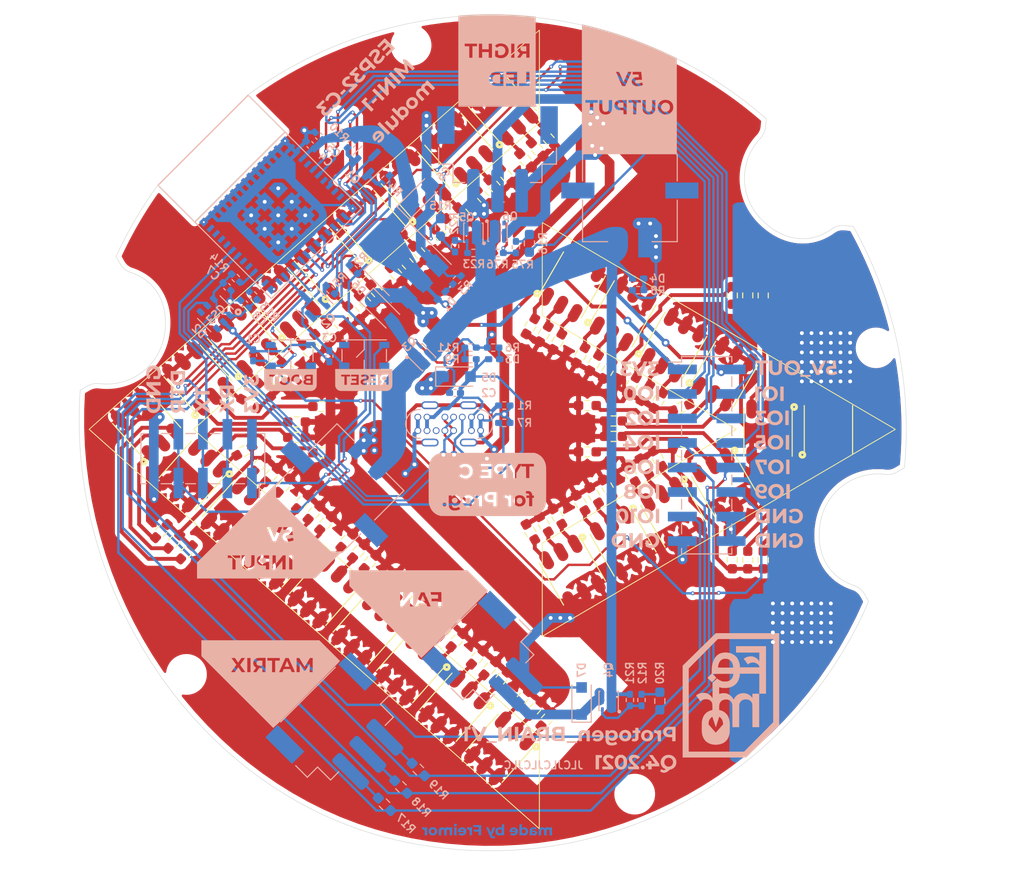
<source format=kicad_pcb>
(kicad_pcb (version 20211014) (generator pcbnew)
  (layers (0 "F.Cu" signal) (31 "B.Cu" signal) (34 "B.Paste" user) (35 "F.Paste" user) (36 "B.SilkS" user "B.Silkscreen") (37 "F.SilkS" user "F.Silkscreen") (38 "B.Mask" user) (39 "F.Mask" user) (44 "Edge.Cuts" user))
  (net 0 "")
  (net 1 "GND")
  (net 2 "IO9")
  (net 3 "EN")
  (net 4 "3v3")
  (net 5 "D+")
  (net 6 "D-")
  (net 7 "Net-(D1-Pad1)")
  (net 8 "Net-(D2-Pad3)")
  (net 9 "Net-(D2-Pad4)")
  (net 10 "VBUS")
  (net 11 "Net-(D3-Pad1)")
  (net 12 "Net-(D4-Pad1)")
  (net 13 "5v_OUTPUT")
  (net 14 "Net-(D5-Pad1)")
  (net 15 "5v_INPUT")
  (net 16 "Net-(D7-Pad1)")
  (net 17 "Net-(D8-Pad1)")
  (net 18 "Net-(D8-Pad2)")
  (net 19 "Net-(D8-Pad3)")
  (net 20 "Net-(D9-Pad1)")
  (net 21 "Net-(D9-Pad2)")
  (net 22 "Net-(D9-Pad3)")
  (net 23 "Net-(D10-Pad3)")
  (net 24 "Net-(D10-Pad2)")
  (net 25 "Net-(D10-Pad1)")
  (net 26 "Net-(D11-Pad3)")
  (net 27 "Net-(D11-Pad2)")
  (net 28 "Net-(D11-Pad1)")
  (net 29 "Net-(D12-Pad1)")
  (net 30 "Net-(D12-Pad2)")
  (net 31 "Net-(D12-Pad3)")
  (net 32 "Net-(D13-Pad3)")
  (net 33 "Net-(D13-Pad2)")
  (net 34 "Net-(D13-Pad1)")
  (net 35 "Net-(D14-Pad1)")
  (net 36 "Net-(D14-Pad2)")
  (net 37 "Net-(D14-Pad3)")
  (net 38 "Net-(D15-Pad1)")
  (net 39 "Net-(D15-Pad2)")
  (net 40 "Net-(D15-Pad3)")
  (net 41 "Net-(D16-Pad1)")
  (net 42 "Net-(D16-Pad2)")
  (net 43 "Net-(D16-Pad3)")
  (net 44 "Net-(D17-Pad1)")
  (net 45 "Net-(D17-Pad2)")
  (net 46 "Net-(D17-Pad3)")
  (net 47 "Net-(D18-Pad3)")
  (net 48 "Net-(D18-Pad2)")
  (net 49 "Net-(D18-Pad1)")
  (net 50 "Net-(D19-Pad3)")
  (net 51 "Net-(D19-Pad2)")
  (net 52 "Net-(D19-Pad1)")
  (net 53 "Net-(D20-Pad3)")
  (net 54 "Net-(D20-Pad2)")
  (net 55 "Net-(D20-Pad1)")
  (net 56 "Net-(D21-Pad3)")
  (net 57 "Net-(D21-Pad2)")
  (net 58 "Net-(D21-Pad1)")
  (net 59 "Net-(D22-Pad3)")
  (net 60 "Net-(D22-Pad2)")
  (net 61 "Net-(D22-Pad1)")
  (net 62 "Net-(D23-Pad1)")
  (net 63 "Net-(D23-Pad2)")
  (net 64 "Net-(D23-Pad3)")
  (net 65 "Net-(D24-Pad1)")
  (net 66 "Net-(D24-Pad2)")
  (net 67 "Net-(D24-Pad3)")
  (net 68 "Net-(D25-Pad1)")
  (net 69 "Net-(D25-Pad2)")
  (net 70 "Net-(D25-Pad3)")
  (net 71 "Net-(D26-Pad3)")
  (net 72 "Net-(D26-Pad2)")
  (net 73 "Net-(D26-Pad1)")
  (net 74 "Net-(D27-Pad1)")
  (net 75 "Net-(D27-Pad2)")
  (net 76 "Net-(D27-Pad3)")
  (net 77 "Net-(D28-Pad1)")
  (net 78 "Net-(D28-Pad2)")
  (net 79 "Net-(D28-Pad3)")
  (net 80 "Net-(D29-Pad3)")
  (net 81 "Net-(D29-Pad2)")
  (net 82 "Net-(D29-Pad1)")
  (net 83 "Net-(D30-Pad3)")
  (net 84 "Net-(D30-Pad2)")
  (net 85 "Net-(D30-Pad1)")
  (net 86 "Net-(D31-Pad1)")
  (net 87 "Net-(D31-Pad2)")
  (net 88 "Net-(D31-Pad3)")
  (net 89 "Net-(D32-Pad1)")
  (net 90 "Net-(D32-Pad2)")
  (net 91 "Net-(D32-Pad3)")
  (net 92 "Net-(D33-Pad3)")
  (net 93 "Net-(D33-Pad2)")
  (net 94 "Net-(D33-Pad1)")
  (net 95 "Net-(D34-Pad3)")
  (net 96 "Net-(D34-Pad2)")
  (net 97 "Net-(D34-Pad1)")
  (net 98 "Net-(J1-PadA5)")
  (net 99 "Net-(J1-PadB5)")
  (net 100 "Net-(J1-PadS1)")
  (net 101 "IO0")
  (net 102 "IO1")
  (net 103 "IO2")
  (net 104 "IO3")
  (net 105 "IO4_GREEN_LED")
  (net 106 "IO5_BLUE_LED")
  (net 107 "IO6_Matrix_SPI_DATA")
  (net 108 "IO7_Matrix_SPI_SCK")
  (net 109 "IO8_Matrix_SPI_CS")
  (net 110 "IO10_FAN")
  (net 111 "GREEN_LED_ANODE")
  (net 112 "BLUE_LED_ANODE")
  (net 113 "TX")
  (net 114 "RX")
  (net 115 "DTR")
  (net 116 "RESET")
  (net 117 "Net-(Q1-Pad1)")
  (net 118 "Net-(Q2-Pad1)")
  (net 119 "Net-(Q3-Pad3)")
  (net 120 "Net-(Q4-Pad3)")
  (net 121 "Net-(Q5-Pad3)")
  (net 122 "Net-(Q6-Pad3)")
  (net 123 "IO8")
  (net 124 "Net-(R13-Pad2)")
  (net 125 "Net-(R14-Pad2)")
  (net 126 "Net-(SW1-Pad2)")
  (net 127 "Net-(SW1-Pad3)")
  (net 128 "Net-(SW2-Pad3)")
  (net 129 "Net-(SW2-Pad2)")
  (net 130 "Net-(U2-Pad10)")
  (net 131 "IO4")
  (net 132 "IO5")
  (net 133 "IO6")
  (net 134 "IO7")
  (net 135 "IO10")
  (footprint "_led:LED_5050_HL-AF-5060" (layer "F.Cu") (at 146 65.25 131.5)
    (fp_text reference "D8" hide)
    (fp_text value "LED_GREEN")
  )
  (footprint "_led:LED_5050_HL-AF-5060" (layer "F.Cu") (at 141.5 69.25 131.5)
    (fp_text reference "D9" hide)
    (fp_text value "LED_GREEN")
  )
  (footprint "_led:LED_5050_HL-AF-5060" (layer "F.Cu") (at 137 73.25 131.5)
    (fp_text reference "D10" hide)
    (fp_text value "LED_GREEN")
  )
  (footprint "_led:LED_5050_HL-AF-5060" (layer "F.Cu") (at 132.5 77.25 131.5)
    (fp_text reference "D11" hide)
    (fp_text value "LED_GREEN")
  )
  (footprint "_led:LED_5050_HL-AF-5060" (layer "F.Cu") (at 128 81.25 131.5)
    (fp_text reference "D12" hide)
    (fp_text value "LED_GREEN")
  )
  (footprint "_led:LED_5050_HL-AF-5060" (layer "F.Cu") (at 123.5 85.25 131.5)
    (fp_text reference "D13" hide)
    (fp_text value "LED_GREEN")
  )
  (footprint "_led:LED_5050_HL-AF-5060" (layer "F.Cu") (at 119 89.25 131.5)
    (fp_text reference "D14" hide)
    (fp_text value "LED_GREEN")
  )
  (footprint "_led:LED_5050_HL-AF-5060" (layer "F.Cu") (at 114.5 93.25 131.5)
    (fp_text reference "D15" hide)
    (fp_text value "LED_GREEN")
  )
  (footprint "_led:LED_5050_HL-AF-5060" (layer "F.Cu") (at 109.182937 98.076052 131.5)
    (fp_text reference "D16" hide)
    (fp_text value "LED_GREEN")
  )
  (footprint "_led:LED_5050_HL-AF-5060" (layer "F.Cu") (at 114 103.25 -131.5)
    (fp_text reference "D17" hide)
    (fp_text value "LED_GREEN")
  )
  (footprint "_led:LED_5050_HL-AF-5060" (layer "F.Cu") (at 118.5 107.25 -131.5)
    (fp_text reference "D18" hide)
    (fp_text value "LED_GREEN")
  )
  (footprint "_led:LED_5050_HL-AF-5060" (layer "F.Cu") (at 123 111.25 -131.5)
    (fp_text reference "D19" hide)
    (fp_text value "LED_GREEN")
  )
  (footprint "_led:LED_5050_HL-AF-5060" (layer "F.Cu") (at 127.5 115.25 -131.5)
    (fp_text reference "D20" hide)
    (fp_text value "LED_GREEN")
  )
  (footprint "_led:LED_5050_HL-AF-5060" (layer "F.Cu") (at 132 119.25 -131.5)
    (fp_text reference "D21" hide)
    (fp_text value "LED_GREEN")
  )
  (footprint "_led:LED_5050_HL-AF-5060" (layer "F.Cu") (at 136.5 123.25 -131.5)
    (fp_text reference "D22" hide)
    (fp_text value "LED_GREEN")
  )
  (footprint "_led:LED_5050_HL-AF-5060" (layer "F.Cu") (at 141 127.25 -131.5)
    (fp_text reference "D23" hide)
    (fp_text value "LED_GREEN")
  )
  (footprint "_led:LED_5050_HL-AF-5060" (layer "F.Cu") (at 145.75 131.5 -131.5)
    (fp_text reference "D24" hide)
    (fp_text value "LED_GREEN")
  )
  (footprint "_led:LED_5050_HL-AF-5060" (layer "F.Cu") (at 153.25 113.25 -60)
    (fp_text reference "D25" hide)
    (fp_text value "LED_BLUE")
  )
  (footprint "_led:LED_5050_HL-AF-5060" (layer "F.Cu") (at 158.5 110.25 -60)
    (fp_text reference "D26" hide)
    (fp_text value "LED_BLUE")
  )
  (footprint "_led:LED_5050_HL-AF-5060" (layer "F.Cu") (at 163.75 107.25 -60)
    (fp_text reference "D27" hide)
    (fp_text value "LED_BLUE")
  )
  (footprint "_led:LED_5050_HL-AF-5060" (layer "F.Cu") (at 169 104.25 -60)
    (fp_text reference "D28" hide)
    (fp_text value "LED_BLUE")
  )
  (footprint "_led:LED_5050_HL-AF-5060" (layer "F.Cu") (at 173.5 98.75 -90)
    (fp_text reference "D29" hide)
    (fp_text value "LED_BLUE")
  )
  (footprint "_led:LED_5050_HL-AF-5060" (layer "F.Cu") (at 179.75 98.5 90)
    (fp_text reference "D30" hide)
    (fp_text value "LED_BLUE")
  )
  (footprint "_led:LED_5050_HL-AF-5060" (layer "F.Cu") (at 169 92.75 60)
    (fp_text reference "D31" hide)
    (fp_text value "LED_BLUE")
  )
  (footprint "_led:LED_5050_HL-AF-5060" (layer "F.Cu") (at 163.75 89.75 60)
    (fp_text reference "D32" hide)
    (fp_text value "LED_BLUE")
  )
  (footprint "_led:LED_5050_HL-AF-5060" (layer "F.Cu") (at 158.5 86.5 60)
    (fp_text reference "D33" hide)
    (fp_text value "LED_BLUE")
  )
  (footprint "_led:LED_5050_HL-AF-5060" (layer "F.Cu") (at 153.25 83.5 60)
    (fp_text reference "D34" hide)
    (fp_text value "LED_BLUE")
  )
  (footprint "Resistor_SMD:R_0603_1608Metric_Pad0.98x0.95mm_HandSolder" (layer "F.Cu") (at 148.4 70.6 -48.5)
    (fp_text reference "R24" hide)
    (fp_text value "300")
  )
  (footprint "Resistor_SMD:R_0603_1608Metric_Pad0.98x0.95mm_HandSolder" (layer "F.Cu") (at 149.604641 69.483422 -48.5)
    (fp_text reference "R25" hide)
    (fp_text value "300")
  )
  (footprint "Resistor_SMD:R_0603_1608Metric_Pad0.98x0.95mm_HandSolder" (layer "F.Cu") (at 150.8 68.4 -48.5)
    (fp_text reference "R26" hide)
    (fp_text value "300")
  )
  (footprint "Resistor_SMD:R_0603_1608Metric_Pad0.98x0.95mm_HandSolder" (layer "F.Cu") (at 144 74.4 -48.5)
    (fp_text reference "R27" hide)
    (fp_text value "300")
  )
  (footprint "Resistor_SMD:R_0603_1608Metric_Pad0.98x0.95mm_HandSolder" (layer "F.Cu") (at 145.2 73.316578 -48.5)
    (fp_text reference "R28" hide)
    (fp_text value "300")
  )
  (footprint "Resistor_SMD:R_0603_1608Metric_Pad0.98x0.95mm_HandSolder" (layer "F.Cu") (at 146.4 72.2 -48.5)
    (fp_text reference "R29" hide)
    (fp_text value "300")
  )
  (footprint "Resistor_SMD:R_0603_1608Metric_Pad0.98x0.95mm_HandSolder" (layer "F.Cu") (at 139.6 78.4 -48.5)
    (fp_text reference "R30" hide)
    (fp_text value "300")
  )
  (footprint "Resistor_SMD:R_0603_1608Metric_Pad0.98x0.95mm_HandSolder" (layer "F.Cu") (at 140.795359 77.316578 -48.5)
    (fp_text reference "R31" hide)
    (fp_text value "300")
  )
  (footprint "Resistor_SMD:R_0603_1608Metric_Pad0.98x0.95mm_HandSolder" (layer "F.Cu") (at 142 76.2 -48.5)
    (fp_text reference "R32" hide)
    (fp_text value "300")
  )
  (footprint "Resistor_SMD:R_0603_1608Metric_Pad0.98x0.95mm_HandSolder" (layer "F.Cu") (at 135 82.4 -48.5)
    (fp_text reference "R33" hide)
    (fp_text value "300")
  )
  (footprint "Resistor_SMD:R_0603_1608Metric_Pad0.98x0.95mm_HandSolder" (layer "F.Cu") (at 136.195359 81.316578 -48.5)
    (fp_text reference "R34" hide)
    (fp_text value "300")
  )
  (footprint "Resistor_SMD:R_0603_1608Metric_Pad0.98x0.95mm_HandSolder" (layer "F.Cu") (at 137.4 80.2 -48.5)
    (fp_text reference "R35" hide)
    (fp_text value "300")
  )
  (footprint "Resistor_SMD:R_0603_1608Metric_Pad0.98x0.95mm_HandSolder" (layer "F.Cu") (at 130.6 86.4 -48.5)
    (fp_text reference "R36" hide)
    (fp_text value "300")
  )
  (footprint "Resistor_SMD:R_0603_1608Metric_Pad0.98x0.95mm_HandSolder" (layer "F.Cu") (at 131.795359 85.316578 -48.5)
    (fp_text reference "R37" hide)
    (fp_text value "300")
  )
  (footprint "Resistor_SMD:R_0603_1608Metric_Pad0.98x0.95mm_HandSolder" (layer "F.Cu") (at 133 84.2 -48.5)
    (fp_text reference "R38" hide)
    (fp_text value "300")
  )
  (footprint "Resistor_SMD:R_0603_1608Metric_Pad0.98x0.95mm_HandSolder" (layer "F.Cu") (at 126 90.4 -48.5)
    (fp_text reference "R39" hide)
    (fp_text value "300")
  )
  (footprint "Resistor_SMD:R_0603_1608Metric_Pad0.98x0.95mm_HandSolder" (layer "F.Cu") (at 127.195359 89.316578 -48.5)
    (fp_text reference "R40" hide)
    (fp_text value "300")
  )
  (footprint "Resistor_SMD:R_0603_1608Metric_Pad0.98x0.95mm_HandSolder" (layer "F.Cu") (at 128.4 88.2 -48.5)
    (fp_text reference "R41" hide)
    (fp_text value "300")
  )
  (footprint "Resistor_SMD:R_0603_1608Metric_Pad0.98x0.95mm_HandSolder" (layer "F.Cu") (at 121.395359 94.4 -48.5)
    (fp_text reference "R42" hide)
    (fp_text value "300")
  )
  (footprint "Resistor_SMD:R_0603_1608Metric_Pad0.98x0.95mm_HandSolder" (layer "F.Cu") (at 122.595359 93.316578 -48.5)
    (fp_text reference "R43" hide)
    (fp_text value "300")
  )
  (footprint "Resistor_SMD:R_0603_1608Metric_Pad0.98x0.95mm_HandSolder" (layer "F.Cu") (at 123.8 92.25 -48.5)
    (fp_text reference "R44" hide)
    (fp_text value "300")
  )
  (footprint "Resistor_SMD:R_0603_1608Metric_Pad0.98x0.95mm_HandSolder" (layer "F.Cu") (at 124.7 97.7)
    (fp_text reference "R45" hide)
    (fp_text value "300")
  )
  (footprint "Resistor_SMD:R_0603_1608Metric_Pad0.98x0.95mm_HandSolder" (layer "F.Cu") (at 127.3 96.1)
    (fp_text reference "R46" hide)
    (fp_text value "300")
  )
  (footprint "Resistor_SMD:R_0603_1608Metric_Pad0.98x0.95mm_HandSolder" (layer "F.Cu") (at 119.8 95.8 -30)
    (fp_text reference "R47" hide)
    (fp_text value "300")
  )
  (footprint "Resistor_SMD:R_0603_1608Metric_Pad0.98x0.95mm_HandSolder" (layer "F.Cu") (at 110.7 109 48.5)
    (fp_text reference "R48" hide)
    (fp_text value "300")
  )
  (footprint "Resistor_SMD:R_0603_1608Metric_Pad0.98x0.95mm_HandSolder" (layer "F.Cu") (at 112 110.1 48.5)
    (fp_text reference "R49" hide)
    (fp_text value "300")
  )
  (footprint "Resistor_SMD:R_0603_1608Metric_Pad0.98x0.95mm_HandSolder" (layer "F.Cu") (at 113.3 111.2 48.5)
    (fp_text reference "R50" hide)
    (fp_text value "300")
  )
  (footprint "Resistor_SMD:R_0603_1608Metric_Pad0.98x0.95mm_HandSolder" (layer "F.Cu") (at 119.3 100.7 30)
    (fp_text reference "R51" hide)
    (fp_text value "300")
  )
  (footprint "Resistor_SMD:R_0603_1608Metric_Pad0.98x0.95mm_HandSolder" (layer "F.Cu") (at 127.3 100.9)
    (fp_text reference "R52" hide)
    (fp_text value "300")
  )
  (footprint "Resistor_SMD:R_0603_1608Metric_Pad0.98x0.95mm_HandSolder" (layer "F.Cu") (at 124.7 99.3)
    (fp_text reference "R53" hide)
    (fp_text value "300")
  )
  (footprint "Resistor_SMD:R_0603_1608Metric_Pad0.98x0.95mm_HandSolder" (layer "F.Cu") (at 123.4 104.3 48.5)
    (fp_text reference "R54" hide)
    (fp_text value "300")
  )
  (footprint "Resistor_SMD:R_0603_1608Metric_Pad0.98x0.95mm_HandSolder" (layer "F.Cu") (at 122.1 103.2 48.5)
    (fp_text reference "R55" hide)
    (fp_text value "300")
  )
  (footprint "Resistor_SMD:R_0603_1608Metric_Pad0.98x0.95mm_HandSolder" (layer "F.Cu") (at 120.9 102.1 48.5)
    (fp_text reference "R56" hide)
    (fp_text value "300")
  )
  (footprint "Resistor_SMD:R_0603_1608Metric_Pad0.98x0.95mm_HandSolder" (layer "F.Cu") (at 127.7 108.2 48.5)
    (fp_text reference "R57" hide)
    (fp_text value "300")
  )
  (footprint "Resistor_SMD:R_0603_1608Metric_Pad0.98x0.95mm_HandSolder" (layer "F.Cu") (at 126.5 107.1 48.5)
    (fp_text reference "R58" hide)
    (fp_text value "300")
  )
  (footprint "Resistor_SMD:R_0603_1608Metric_Pad0.98x0.95mm_HandSolder" (layer "F.Cu") (at 125.3 106 48.5)
    (fp_text reference "R59" hide)
    (fp_text value "300")
  )
  (footprint "Resistor_SMD:R_0603_1608Metric_Pad0.98x0.95mm_HandSolder" (layer "F.Cu") (at 132.3 112.2 48.5)
    (fp_text reference "R60" hide)
    (fp_text value "300")
  )
  (footprint "Resistor_SMD:R_0603_1608Metric_Pad0.98x0.95mm_HandSolder" (layer "F.Cu") (at 131.1 111.1 48.5)
    (fp_text reference "R61" hide)
    (fp_text value "300")
  )
  (footprint "Resistor_SMD:R_0603_1608Metric_Pad0.98x0.95mm_HandSolder" (layer "F.Cu") (at 129.9 110 48.5)
    (fp_text reference "R62" hide)
    (fp_text value "300")
  )
  (footprint "Resistor_SMD:R_0603_1608Metric_Pad0.98x0.95mm_HandSolder" (layer "F.Cu") (at 136.9 116.3 48.5)
    (fp_text reference "R63" hide)
    (fp_text value "300")
  )
  (footprint "Resistor_SMD:R_0603_1608Metric_Pad0.98x0.95mm_HandSolder" (layer "F.Cu") (at 135.7 115.2 48.5)
    (fp_text reference "R64" hide)
    (fp_text value "300")
  )
  (footprint "Resistor_SMD:R_0603_1608Metric_Pad0.98x0.95mm_HandSolder" (layer "F.Cu") (at 134.4 114.1 48.5)
    (fp_text reference "R65" hide)
    (fp_text value "300")
  )
  (footprint "Resistor_SMD:R_0603_1608Metric_Pad0.98x0.95mm_HandSolder" (layer "F.Cu") (at 141.3 120.3 48.5)
    (fp_text reference "R66" hide)
    (fp_text value "300")
  )
  (footprint "Resistor_SMD:R_0603_1608Metric_Pad0.98x0.95mm_HandSolder" (layer "F.Cu") (at 140.1 119.2 48.5)
    (fp_text reference "R67" hide)
    (fp_text value "300")
  )
  (footprint "Resistor_SMD:R_0603_1608Metric_Pad0.98x0.95mm_HandSolder" (layer "F.Cu") (at 138.9 118.1 48.5)
    (fp_text reference "R68" hide)
    (fp_text value "300")
  )
  (footprint "Resistor_SMD:R_0603_1608Metric_Pad0.98x0.95mm_HandSolder" (layer "F.Cu") (at 145.9 124.3 48.5)
    (fp_text reference "R69" hide)
    (fp_text value "300")
  )
  (footprint "Resistor_SMD:R_0603_1608Metric_Pad0.98x0.95mm_HandSolder" (layer "F.Cu") (at 144.7 123.216578 48.5)
    (fp_text reference "R70" hide)
    (fp_text value "300")
  )
  (footprint "Resistor_SMD:R_0603_1608Metric_Pad0.98x0.95mm_HandSolder" (layer "F.Cu") (at 143.4 122.1 48.5)
    (fp_text reference "R71" hide)
    (fp_text value "300")
  )
  (footprint "Resistor_SMD:R_0603_1608Metric_Pad0.98x0.95mm_HandSolder" (layer "F.Cu") (at 150.6 128.5 48.5)
    (fp_text reference "R72" hide)
    (fp_text value "300")
  )
  (footprint "Resistor_SMD:R_0603_1608Metric_Pad0.98x0.95mm_HandSolder" (layer "F.Cu") (at 149.4 127.4 48.5)
    (fp_text reference "R73" hide)
    (fp_text value "300")
  )
  (footprint "Resistor_SMD:R_0603_1608Metric_Pad0.98x0.95mm_HandSolder" (layer "F.Cu") (at 148.1 126.3 48.5)
    (fp_text reference "R74" hide)
    (fp_text value "300")
  )
  (footprint "Resistor_SMD:R_0603_1608Metric_Pad0.98x0.95mm_HandSolder" (layer "F.Cu") (at 151.7 107.5 120)
    (fp_text reference "R77" hide)
    (fp_text value "300")
  )
  (footprint "Resistor_SMD:R_0603_1608Metric_Pad0.98x0.95mm_HandSolder" (layer "F.Cu") (at 150.3 108.3 120)
    (fp_text reference "R78" hide)
    (fp_text value "300")
  )
  (footprint "Resistor_SMD:R_0603_1608Metric_Pad0.98x0.95mm_HandSolder" (layer "F.Cu") (at 148.9 109.1 120)
    (fp_text reference "R79" hide)
    (fp_text value "300")
  )
  (footprint "Resistor_SMD:R_0603_1608Metric_Pad0.98x0.95mm_HandSolder" (layer "F.Cu") (at 156.9 104.5 120)
    (fp_text reference "R80" hide)
    (fp_text value "300")
  )
  (footprint "Resistor_SMD:R_0603_1608Metric_Pad0.98x0.95mm_HandSolder" (layer "F.Cu") (at 155.5 105.3 120)
    (fp_text reference "R81" hide)
    (fp_text value "300")
  )
  (footprint "Resistor_SMD:R_0603_1608Metric_Pad0.98x0.95mm_HandSolder" (layer "F.Cu") (at 154.1 106.1 120)
    (fp_text reference "R82" hide)
    (fp_text value "300")
  )
  (footprint "Resistor_SMD:R_0603_1608Metric_Pad0.98x0.95mm_HandSolder" (layer "F.Cu") (at 162.1 101.5 120)
    (fp_text reference "R83" hide)
    (fp_text value "300")
  )
  (footprint "Resistor_SMD:R_0603_1608Metric_Pad0.98x0.95mm_HandSolder" (layer "F.Cu") (at 160.7 102.3 120)
    (fp_text reference "R84" hide)
    (fp_text value "300")
  )
  (footprint "Resistor_SMD:R_0603_1608Metric_Pad0.98x0.95mm_HandSolder" (layer "F.Cu") (at 159.3 103.1 120)
    (fp_text reference "R85" hide)
    (fp_text value "300")
  )
  (footprint "Resistor_SMD:R_0603_1608Metric_Pad0.98x0.95mm_HandSolder" (layer "F.Cu") (at 157.5 99.2 180)
    (fp_text reference "R86" hide)
    (fp_text value "300")
  )
  (footprint "Resistor_SMD:R_0603_1608Metric_Pad0.98x0.95mm_HandSolder" (layer "F.Cu") (at 154.8 100.8 180)
    (fp_text reference "R87" hide)
    (fp_text value "300")
  )
  (footprint "Resistor_SMD:R_0603_1608Metric_Pad0.98x0.95mm_HandSolder" (layer "F.Cu") (at 164.5 100.8 160)
    (fp_text reference "R88" hide)
    (fp_text value "300")
  )
  (footprint "Resistor_SMD:R_0603_1608Metric_Pad0.98x0.95mm_HandSolder" (layer "F.Cu") (at 173 84.6 90)
    (fp_text reference "R89" hide)
    (fp_text value "300")
  )
  (footprint "Resistor_SMD:R_0603_1608Metric_Pad0.98x0.95mm_HandSolder" (layer "F.Cu") (at 171.4 84.5875 90)
    (fp_text reference "R90" hide)
    (fp_text value "300")
  )
  (footprint "Resistor_SMD:R_0603_1608Metric_Pad0.98x0.95mm_HandSolder" (layer "F.Cu") (at 169.8 84.6 90)
    (fp_text reference "R91" hide)
    (fp_text value "300")
  )
  (footprint "Resistor_SMD:R_0603_1608Metric_Pad0.98x0.95mm_HandSolder" (layer "F.Cu") (at 169.8 112 -90)
    (fp_text reference "R92" hide)
    (fp_text value "300")
  )
  (footprint "Resistor_SMD:R_0603_1608Metric_Pad0.98x0.95mm_HandSolder" (layer "F.Cu") (at 171.4 112 -90)
    (fp_text reference "R93" hide)
    (fp_text value "300")
  )
  (footprint "Resistor_SMD:R_0603_1608Metric_Pad0.98x0.95mm_HandSolder" (layer "F.Cu") (at 173 112 -90)
    (fp_text reference "R94" hide)
    (fp_text value "300")
  )
  (footprint "Resistor_SMD:R_0603_1608Metric_Pad0.98x0.95mm_HandSolder" (layer "F.Cu") (at 164.5 96.2 -160)
    (fp_text reference "R95" hide)
    (fp_text value "300")
  )
  (footprint "Resistor_SMD:R_0603_1608Metric_Pad0.98x0.95mm_HandSolder" (layer "F.Cu") (at 154.8 96 180)
    (fp_text reference "R96" hide)
    (fp_text value "300")
  )
  (footprint "Resistor_SMD:R_0603_1608Metric_Pad0.98x0.95mm_HandSolder" (layer "F.Cu") (at 157.5 97.6 180)
    (fp_text reference "R97" hide)
    (fp_text value "300")
  )
  (footprint "Resistor_SMD:R_0603_1608Metric_Pad0.98x0.95mm_HandSolder" (layer "F.Cu") (at 159.4 93.9 -120)
    (fp_text reference "R98" hide)
    (fp_text value "300")
  )
  (footprint "Resistor_SMD:R_0603_1608Metric_Pad0.98x0.95mm_HandSolder" (layer "F.Cu") (at 160.8 94.7 -120)
    (fp_text reference "R99" hide)
    (fp_text value "300")
  )
  (footprint "Resistor_SMD:R_0603_1608Metric_Pad0.98x0.95mm_HandSolder" (layer "F.Cu") (at 162.15625 95.5 -120)
    (fp_text reference "R100" hide)
    (fp_text value "300")
  )
  (footprint "Resistor_SMD:R_0603_1608Metric_Pad0.98x0.95mm_HandSolder" (layer "F.Cu") (at 154.1 90.8 -120)
    (fp_text reference "R101" hide)
    (fp_text value "300")
  )
  (footprint "Resistor_SMD:R_0603_1608Metric_Pad0.98x0.95mm_HandSolder" (layer "F.Cu") (at 155.5 91.6 -120)
    (fp_text reference "R102" hide)
    (fp_text value "300")
  )
  (footprint "Resistor_SMD:R_0603_1608Metric_Pad0.98x0.95mm_HandSolder" (layer "F.Cu") (at 156.9 92.4 -120)
    (fp_text reference "R103" hide)
    (fp_text value "300")
  )
  (footprint "Resistor_SMD:R_0603_1608Metric_Pad0.98x0.95mm_HandSolder" (layer "F.Cu") (at 148.9 87.8 -120)
    (fp_text reference "R104" hide)
    (fp_text value "300")
  )
  (footprint "Resistor_SMD:R_0603_1608Metric_Pad0.98x0.95mm_HandSolder" (layer "F.Cu") (at 150.3 88.6 -120)
    (fp_text reference "R105" hide)
    (fp_text value "300")
  )
  (footprint "Resistor_SMD:R_0603_1608Metric_Pad0.98x0.95mm_HandSolder" (layer "F.Cu") (at 151.7 89.4 -120)
    (fp_text reference "R106" hide)
    (fp_text value "300")
  )
  (footprint "Protogen_PCB:Wolfy_headphone_left_PCB" (layer "F.Cu") (at 145 98.9 -15)
    (fp_text reference "Ref_silk" hide)
    (fp_text value "Val**" hide)
  )
  (footprint "MountingHole:MountingHole_3.2mm_M3" (layer "F.Cu") (at 136.55 58.7)
    (fp_text reference "REF**" hide)
    (fp_text value "MountingHole_3.2mm_M3")
  )
  (footprint "MountingHole:MountingHole_3.2mm_M3" (layer "F.Cu") (at 159.7 136.25)
    (fp_text reference "REF**" hide)
    (fp_text value "MountingHole_3.2mm_M3")
  )
  (footprint "MountingHole:MountingHole_3.2mm_M3" (layer "F.Cu") (at 113.3 123.85)
    (fp_text reference "REF**" hide)
    (fp_text value "MountingHole_3.2mm_M3")
  )
  (footprint "MountingHole:MountingHole_3.2mm_M3" (layer "F.Cu") (at 184.675 90.025)
    (fp_text reference "REF**" hide)
    (fp_text value "MountingHole_3.2mm_M3")
  )
  (footprint "Protogen_PCB:Headphone_right_silk" (layer "F.Cu") (at 144 97.2)
    (fp_text reference "Ref**" hide)
    (fp_text value "Val**" hide)
  )
  (footprint "Capacitor_SMD:C_0402_1005Metric_Pad0.74x0.62mm_HandSolder" (layer "B.Cu") (at 141.1 94.7 180)
    (fp_text reference "C2")
    (fp_text value "10uF")
  )
  (footprint "Capacitor_SMD:C_0402_1005Metric_Pad0.74x0.62mm_HandSolder" (layer "B.Cu") (at 128.1 90.9 -90)
    (fp_text reference "C3")
    (fp_text value "100nF")
  )
  (footprint "Capacitor_SMD:C_0402_1005Metric_Pad0.74x0.62mm_HandSolder" (layer "B.Cu") (at 126.1 69 135)
    (fp_text reference "C4")
    (fp_text value "10uF")
  )
  (footprint "Capacitor_SMD:C_0402_1005Metric_Pad0.74x0.62mm_HandSolder" (layer "B.Cu") (at 127 68.1 135)
    (fp_text reference "C5")
    (fp_text value "100nF")
  )
  (footprint "Capacitor_Tantalum_SMD:CP_EIA-3216-18_Kemet-A_Pad1.58x1.35mm_HandSolder" (layer "B.Cu") (at 137.5 74.3 45)
    (fp_text reference "C6")
    (fp_text value "22uF")
  )
  (footprint "Capacitor_SMD:C_0402_1005Metric_Pad0.74x0.62mm_HandSolder" (layer "B.Cu") (at 117.5 83.7 -45)
    (fp_text reference "C7")
    (fp_text value "22pF")
  )
  (footprint "Capacitor_SMD:C_0402_1005Metric_Pad0.74x0.62mm_HandSolder" (layer "B.Cu") (at 119.3 85.5 135)
    (fp_text reference "C8")
    (fp_text value "22pF")
  )
  (footprint "LED_SMD:LED_0402_1005Metric_Pad0.77x0.64mm_HandSolder" (layer "B.Cu") (at 139.7 84.6 -135)
    (fp_text reference "D1")
    (fp_text value "LED")
  )
  (footprint "_chips:IP4220CZ6" (layer "B.Cu") (at 116.3 86.5 135)
    (fp_text reference "D2")
    (fp_text value "IP4220CZ6")
  )
  (footprint "LED_SMD:LED_0402_1005Metric_Pad0.77x0.64mm_HandSolder" (layer "B.Cu") (at 145.15 91.2 180)
    (fp_text reference "D3")
    (fp_text value "LED")
  )
  (footprint "LED_SMD:LED_0402_1005Metric_Pad0.77x0.64mm_HandSolder" (layer "B.Cu") (at 160.05 82.85 180)
    (fp_text reference "D4")
    (fp_text value "LED")
  )
  (footprint "Diode_SMD:D_SOD-123F" (layer "B.Cu") (at 141.3 93)
    (fp_text reference "D5")
    (fp_text value "D")
  )
  (footprint "Diode_SMD:D_SOD-123F" (layer "B.Cu") (at 133.5 86.1 -45)
    (fp_text reference "D6")
    (fp_text value "D")
  )
  (footprint "Diode_SMD:D_SOD-123F" (layer "B.Cu") (at 154.2 126.6 90)
    (fp_text reference "D7")
    (fp_text value "D")
  )
  (footprint "_mylib:USB_C_Receptable_918-418K2022Y40000" (layer "B.Cu") (at 140.5 97.9 180)
    (fp_text reference "J1" hide)
    (fp_text value "USB_C_Receptacle_USB2.0")
  )
  (footprint "_conn:Conn_XKB_MX3_X3025WRS-02" (layer "B.Cu") (at 128.6 105.1 135)
    (fp_text reference "J2" hide)
    (fp_text value "INPUT_POWER")
  )
  (footprint "Connector_PinSocket_2.54mm:PinSocket_2x08_P2.54mm_Vertical_SMD" (layer "B.Cu") (at 167.15 101.15 180)
    (fp_text reference "J3" hide)
    (fp_text value "Conn_01x16_Male")
  )
  (footprint "_conn:Conn_XKB_MX3_X3025WRS-02" (layer "B.Cu") (at 159.2 73.73)
    (fp_text reference "J5" hide)
    (fp_text value "OUTPUT_POWER")
  )
  (footprint "Package_TO_SOT_SMD:SOT-23" (layer "B.Cu") (at 132.1 70.7 45)
    (fp_text reference "Q1")
    (fp_text value "L8050")
  )
  (footprint "Package_TO_SOT_SMD:SOT-23" (layer "B.Cu") (at 126.2 85.4 135)
    (fp_text reference "Q2")
    (fp_text value "L8050")
  )
  (footprint "_mylib:HSCB2307" (layer "B.Cu") (at 137.7 91 45)
    (fp_text reference "Q3")
    (fp_text value "HSCB2307(P_Mosfet_8A_20V)")
  )
  (footprint "_mylib:HSCB2307" (layer "B.Cu") (at 157 126.6 180)
    (fp_text reference "Q4")
    (fp_text value "HSCB2307(P_Mosfet_8A_20V)")
  )
  (footprint "_mylib:HSCB2307" (layer "B.Cu") (at 143 78.1 180)
    (fp_text reference "Q5")
    (fp_text value "HSCB2307(P_Mosfet_8A_20V)")
  )
  (footprint "_mylib:HSCB2307" (layer "B.Cu") (at 145.5 78)
    (fp_text reference "Q6")
    (fp_text value "HSCB2307(P_Mosfet_8A_20V)")
  )
  (footprint "Resistor_SMD:R_0402_1005Metric_Pad0.72x0.64mm_HandSolder" (layer "B.Cu") (at 146.2 96)
    (fp_text reference "R1")
    (fp_text value "1M")
  )
  (footprint "Resistor_SMD:R_0402_1005Metric_Pad0.72x0.64mm_HandSolder" (layer "B.Cu") (at 130.6 81.9 135)
    (fp_text reference "R2")
    (fp_text value "10k")
  )
  (footprint "Resistor_SMD:R_0402_1005Metric_Pad0.72x0.64mm_HandSolder" (layer "B.Cu") (at 141.3 83 45)
    (fp_text reference "R3")
    (fp_text value "1k")
  )
  (footprint "Resistor_SMD:R_0402_1005Metric_Pad0.72x0.64mm_HandSolder" (layer "B.Cu") (at 133.9 72.6 45)
    (fp_text reference "R4")
    (fp_text value "10k")
  )
  (footprint "Resistor_SMD:R_0402_1005Metric_Pad0.72x0.64mm_HandSolder" (layer "B.Cu") (at 128.2 84 -45)
    (fp_text reference "R5")
    (fp_text value "10k")
  )
  (footprint "Resistor_SMD:R_0402_1005Metric_Pad0.72x0.64mm_HandSolder" (layer "B.Cu") (at 145.05 90 180)
    (fp_text reference "R6")
    (fp_text value "1k")
  )
  (footprint "Resistor_SMD:R_0402_1005Metric_Pad0.72x0.64mm_HandSolder" (layer "B.Cu") (at 146.2 97.8)
    (fp_text reference "R7")
    (fp_text value "5k1")
  )
  (footprint "Resistor_SMD:R_0402_1005Metric_Pad0.72x0.64mm_HandSolder" (layer "B.Cu") (at 160.05 84.05 180)
    (fp_text reference "R8")
    (fp_text value "1k")
  )
  (footprint "Resistor_SMD:R_0402_1005Metric_Pad0.72x0.64mm_HandSolder" (layer "B.Cu") (at 142.7 91.2)
    (fp_text reference "R9")
    (fp_text value "1k")
  )
  (footprint "Resistor_SMD:R_0402_1005Metric_Pad0.72x0.64mm_HandSolder" (layer "B.Cu") (at 130.4 68.9 -135)
    (fp_text reference "R10")
    (fp_text value "10k")
  )
  (footprint "Resistor_SMD:R_0402_1005Metric_Pad0.72x0.64mm_HandSolder" (layer "B.Cu") (at 142.7 90)
    (fp_text reference "R11")
    (fp_text value "10k")
  )
  (footprint "Resistor_SMD:R_0402_1005Metric_Pad0.72x0.64mm_HandSolder" (layer "B.Cu") (at 160.4 126.5 90)
    (fp_text reference "R12")
    (fp_text value "1k")
  )
  (footprint "Resistor_SMD:R_0402_1005Metric_Pad0.72x0.64mm_HandSolder" (layer "B.Cu") (at 120.2 84.6 135)
    (fp_text reference "R13")
    (fp_text value "22")
  )
  (footprint "Resistor_SMD:R_0402_1005Metric_Pad0.72x0.64mm_HandSolder" (layer "B.Cu") (at 118.4 82.8 -45)
    (fp_text reference "R14")
    (fp_text value "22")
  )
  (footprint "Resistor_SMD:R_0603_1608Metric_Pad0.98x0.95mm_HandSolder" (layer "B.Cu") (at 139.6 77.55 90)
    (fp_text reference "R15")
    (fp_text value "0")
  )
  (footprint "Resistor_SMD:R_0603_1608Metric_Pad0.98x0.95mm_HandSolder" (layer "B.Cu") (at 148.8 79.2 -90)
    (fp_text reference "R16")
    (fp_text value "0")
  )
  (footprint "Resistor_SMD:R_0603_1608Metric_Pad0.98x0.95mm_HandSolder" (layer "B.Cu") (at 133.8 137.3 -45)
    (fp_text reference "R17")
    (fp_text value "0")
  )
  (footprint "Resistor_SMD:R_0603_1608Metric_Pad0.98x0.95mm_HandSolder" (layer "B.Cu") (at 135.5 135.5 -45)
    (fp_text reference "R18")
    (fp_text value "0")
  )
  (footprint "Resistor_SMD:R_0603_1608Metric_Pad0.98x0.95mm_HandSolder" (layer "B.Cu") (at 137.3 133.7 -45)
    (fp_text reference "R19")
    (fp_text value "0")
  )
  (footprint "Resistor_SMD:R_0603_1608Metric_Pad0.98x0.95mm_HandSolder" (layer "B.Cu") (at 162.3 126.6 -90)
    (fp_text reference "R20")
    (fp_text value "0")
  )
  (footprint "Resistor_SMD:R_0402_1005Metric_Pad0.72x0.64mm_HandSolder" (layer "B.Cu") (at 159.2 126.5 -90)
    (fp_text reference "R21")
    (fp_text value "10k")
  )
  (footprint "Resistor_SMD:R_0402_1005Metric_Pad0.72x0.64mm_HandSolder" (layer "B.Cu") (at 141.1 79.5 -90)
    (fp_text reference "R22")
    (fp_text value "1k")
  )
  (footprint "Resistor_SMD:R_0402_1005Metric_Pad0.72x0.64mm_HandSolder" (layer "B.Cu") (at 143 80.2 180)
    (fp_text reference "R23")
    (fp_text value "10k")
  )
  (footprint "Resistor_SMD:R_0402_1005Metric_Pad0.72x0.64mm_HandSolder" (layer "B.Cu") (at 147.4 79.6 90)
    (fp_text reference "R75")
    (fp_text value "1k")
  )
  (footprint "Resistor_SMD:R_0402_1005Metric_Pad0.72x0.64mm_HandSolder" (layer "B.Cu") (at 145.5 80.2)
    (fp_text reference "R76")
    (fp_text value "10k")
  )
  (footprint "_buttons:SW_SMD_C&K_(PTS810SJ)" (layer "B.Cu") (at 124.1 90.8 180)
    (fp_text reference "BOOT" hide)
    (fp_text value "PTS810SJ")
  )
  (footprint "_buttons:SW_SMD_C&K_(PTS810SJ)" (layer "B.Cu") (at 131.7 90.8 180)
    (fp_text reference "RESET" hide)
    (fp_text value "PTS810SJ")
  )
  (footprint "Package_TO_SOT_SMD:SOT-223-3_TabPin2" (layer "B.Cu") (at 135.4 80.9 135)
    (fp_text reference "U1" hide)
    (fp_text value "AMS1117-3.3")
  )
  (footprint "_chips:ESP32-C3-MINI-1" (layer "B.Cu") (at 122.8 76.3 -135)
    (fp_text reference "U2" hide)
    (fp_text value "ESP32-C3-MINI-1-N4")
  )
  (footprint "_conn:Conn_XKB_XH2.54_3pin_(X8821WRS-03)" (layer "B.Cu") (at 145.5 65)
    (fp_text reference "J4" hide)
    (fp_text value "CONN_SIDE_LED")
  )
  (footprint "_conn:Conn_XKB_XH2.54_3pin_(X8821WRS-03)" (layer "B.Cu") (at 125.880583 125.945049 45)
    (fp_text reference "J7" hide)
    (fp_text value "CONN_MATRIX")
  )
  (footprint "_conn:Conn_XKB_XH2.54_2pin_(X8821WRS-02)" (layer "B.Cu") (at 141.2 118.7 45)
    (fp_text reference "J8" hide)
    (fp_text value "FAN")
  )
  (footprint "Connector_PinHeader_2.54mm:PinHeader_2x05_P2.54mm_Vertical_SMD" (layer "B.Cu") (at 115 101.5 90)
    (fp_text reference "J6" hide)
    (fp_text value "UART")
  )
  (footprint "Capacitor_SMD:C_0402_1005Metric_Pad0.74x0.62mm_HandSolder" (layer "B.Cu") (at 120.2 90.8 90)
    (fp_text reference "C1")
    (fp_text value "100nF")
  )
  (gr_curve (pts (xy 180.1523 77.6772) (xy 180.5423 77.4207) (xy 181.01 77.3087) (xy 181.4739 77.3605)) (layer "Edge.Cuts") (width 0.05))
  (gr_curve (pts (xy 172.6472 68.3873) (xy 170.548 70.6779) (xy 170.5296 74.1874) (xy 172.6044 76.5)) (layer "Edge.Cuts") (width 0.05))
  (gr_curve (pts (xy 134.6285 140.9076) (xy 114.394 135.9969) (xy 100.8435 115.1895) (xy 102.3007 94.4187)) (layer "Edge.Cuts") (width 0.05))
  (gr_curve (pts (xy 182.4545 114.658) (xy 182.8915 114.8222) (xy 183.2574 115.1343) (xy 183.4885 115.5399)) (layer "Edge.Cuts") (width 0.05))
  (gr_curve (pts (xy 119.6667 63.8192) (xy 124.4781 60.2982) (xy 130.0348 57.7739) (xy 136.0243 56.4973)) (layer "Edge.Cuts") (width 0.05))
  (gr_curve (pts (xy 103.0431 93.9846) (xy 103.4461 93.7489) (xy 103.9189 93.6617) (xy 104.3795 93.7379)) (layer "Edge.Cuts") (width 0.05))
  (gr_curve (pts (xy 182.3286 77.4562) (xy 186.5921 85.0509) (xy 188.4392 93.7699) (xy 187.6244 102.4413)) (layer "Edge.Cuts") (width 0.05))
  (gr_curve (pts (xy 110.9624 88.9964) (xy 111.6102 85.9577) (xy 110.4314 83.1432) (xy 107.4705 82.202)) (layer "Edge.Cuts") (width 0.05))
  (gr_curve (pts (xy 185.5456 103.1222) (xy 182.4583 102.7738) (xy 179.6105 104.8251) (xy 178.9627 107.8636)) (layer "Edge.Cuts") (width 0.05))
  (gr_curve (pts (xy 183.9144 116.2871) (xy 175.6884 135.4151) (xy 154.863 145.8184) (xy 134.6285 140.9076)) (layer "Edge.Cuts") (width 0.05))
  (gr_curve (pts (xy 181.4739 77.3605) (xy 181.4739 77.3605) (xy 182.3286 77.4562) (xy 182.3286 77.4562)) (layer "Edge.Cuts") (width 0.05))
  (gr_curve (pts (xy 136.0243 56.4973) (xy 149.2744 53.673) (xy 163.1536 57.3518) (xy 173.3206 66.3061)) (layer "Edge.Cuts") (width 0.05))
  (gr_curve (pts (xy 183.4885 115.5399) (xy 183.4885 115.5399) (xy 183.9144 116.2871) (xy 183.9144 116.2871)) (layer "Edge.Cuts") (width 0.05))
  (gr_curve (pts (xy 110.3616 73.1372) (xy 110.3616 73.1372) (xy 114.1477 76.9233) (xy 114.1477 76.9233)) (layer "Edge.Cuts") (width 0.05))
  (gr_curve (pts (xy 114.1477 76.9233) (xy 114.1477 76.9233) (xy 123.452 67.619) (xy 123.452 67.619)) (layer "Edge.Cuts") (width 0.05))
  (gr_curve (pts (xy 106.4366 81.3202) (xy 106.4366 81.3202) (xy 106.0106 80.5731) (xy 106.0106 80.5731)) (layer "Edge.Cuts") (width 0.05))
  (gr_curve (pts (xy 186.8818 102.8754) (xy 186.479 103.1112) (xy 186.0061 103.1984) (xy 185.5456 103.1222)) (layer "Edge.Cuts") (width 0.05))
  (gr_curve (pts (xy 106.0106 80.5731) (xy 107.2189 77.9293) (xy 108.6804 75.4418) (xy 110.3616 73.1372)) (layer "Edge.Cuts") (width 0.05))
  (gr_curve (pts (xy 178.9627 107.8636) (xy 178.314799 110.9023) (xy 179.4936 113.7168) (xy 182.4545 114.658)) (layer "Edge.Cuts") (width 0.05))
  (gr_curve (pts (xy 172.6044 76.5) (xy 174.6793 78.8125) (xy 177.648299 79.5166) (xy 180.1523 77.6772)) (layer "Edge.Cuts") (width 0.05))
  (gr_curve (pts (xy 102.3007 94.4187) (xy 102.3007 94.4187) (xy 103.0431 93.9846) (xy 103.0431 93.9846)) (layer "Edge.Cuts") (width 0.05))
  (gr_curve (pts (xy 104.3795 93.7379) (xy 107.4668 94.0862) (xy 110.3146 92.035) (xy 110.9624 88.9964)) (layer "Edge.Cuts") (width 0.05))
  (gr_curve (pts (xy 173.3206 66.3061) (xy 173.3206 66.3061) (xy 173.2345 67.1619) (xy 173.2345 67.1619)) (layer "Edge.Cuts") (width 0.05))
  (gr_curve (pts (xy 187.6244 102.4413) (xy 187.6244 102.4413) (xy 186.8818 102.8754) (xy 186.8818 102.8754)) (layer "Edge.Cuts") (width 0.05))
  (gr_curve (pts (xy 123.452 67.619) (xy 123.452 67.619) (xy 119.6667 63.8192) (xy 119.6667 63.8192)) (layer "Edge.Cuts") (width 0.05))
  (gr_curve (pts (xy 173.2345 67.1619) (xy 173.1878 67.6262) (xy 172.9798 68.06) (xy 172.6472 68.3873)) (layer "Edge.Cuts") (width 0.05))
  (gr_curve (pts (xy 107.4705 82.202) (xy 107.0335 82.0378) (xy 106.6677 81.7257) (xy 106.4366 81.3202)) (layer "Edge.Cuts") (width 0.05))
  (gr_text "JLCJLCJLCJLC" (at 150.25 133.25) (layer "B.SilkS") (effects (font (size 0.8 0.8) (thickness 0.153)) (justify mirror)))
  (segment (start 151 118) (end 152 118) (width 4) (layer "F.Cu") (net 1))
  (segment (start 152 118) (end 153 118) (width 4) (layer "F.Cu") (net 1))
  (segment (start 153 118) (end 156.5 118) (width 4) (layer "F.Cu") (net 1))
  (segment (start 154.099991 73.800009) (end 154.099991 67.900009) (width 1) (layer "F.Cu") (net 1))
  (segment (start 132.2 100.1) (end 132.75 100.65) (width 2) (layer "F.Cu") (net 1))
  (segment (start 145.15 100.55) (end 146.2 99.5) (width 1) (layer "F.Cu") (net 1))
  (segment (start 146.2 91.35) (end 144.9 90.05) (width 1) (layer "F.Cu") (net 1))
  (segment (start 144.9 83) (end 154.099991 73.800009) (width 1) (layer "F.Cu") (net 1))
  (segment (start 170.7 97.7) (end 172 99) (width 0.4) (layer "F.Cu") (net 1))
  (segment (start 154.099991 67.900009) (end 155.825 66.175) (width 1) (layer "F.Cu") (net 1))
  (segment (start 132.2 98.8) (end 132.2 100.1) (width 2) (layer "F.Cu") (net 1))
  (segment (start 146.2 96.9) (end 146.2 91.35) (width 1) (layer "F.Cu") (net 1))
  (segment (start 133.25 99.5) (end 133.25 100.3) (width 4) (layer "F.Cu") (net 1))
  (segment (start 111.1 91) (end 111.1 91.291919) (width 0.4) (layer "F.Cu") (net 1))
  (segment (start 144.9 90.05) (end 144.9 88.65) (width 1) (layer "F.Cu") (net 1))
  (segment (start 144.9 88.65) (end 144.9 83) (width 1) (layer "F.Cu") (net 1))
  (segment (start 117.409712 87.452506) (end 117.409712 87.559712) (width 0.4) (layer "F.Cu") (net 1))
  (segment (start 144.4 101.5) (end 144.4 101.3) (width 1) (layer "F.Cu") (net 1))
  (segment (start 170.7 92.493782) (end 170.7 97.7) (width 0.4) (layer "F.Cu") (net 1))
  (segment (start 146.2 99.5) (end 146.2 96.9) (width 1) (layer "F.Cu") (net 1))
  (segment (start 111.1 91.291919) (end 110.944799 91.291919) (width 0.4) (layer "F.Cu") (net 1))
  (segment (start 150.95 118) (end 151 118) (width 4) (layer "F.Cu") (net 1))
  (segment (start 117.409712 87.559712) (end 118.1 88.25) (width 0.4) (layer "F.Cu") (net 1))
  (segment (start 110.05 92.35) (end 110.05 92.5) (width 0.4) (layer "F.Cu") (net 1))
  (segment (start 128.9 77.8) (end 128.45 77.35) (width 0.4) (layer "F.Cu") (net 1))
  (segment (start 133.25 100.3) (end 150.95 118) (width 4) (layer "F.Cu") (net 1))
  (segment (start 144.4 101.3) (end 145.15 100.55) (width 1) (layer "F.Cu") (net 1))
  (segment (start 132.75 100.65) (end 133.6 100.65) (width 2) (layer "F.Cu") (net 1))
  (segment (start 171.672243 91.521539) (end 170.7 92.493782) (width 0.4) (layer "F.Cu") (net 1))
  (via (at 164.65 111.95) (size 0.8) (drill 0.4) (layers "F.Cu" "B.Cu") (net 1))
  (via (at 131.65 98.55) (size 0.8) (drill 0.4) (layers "F.Cu" "B.Cu") (net 1))
  (via (at 131.65 100.7) (size 0.8) (drill 0.4) (layers "F.Cu" "B.Cu") (net 1))
  (via (at 132.75 100.65) (size 0.8) (drill 0.4) (layers "F.Cu" "B.Cu") (net 1))
  (via (at 145.15 100.55) (size 0.8) (drill 0.4) (layers "F.Cu" "B.Cu") (net 1))
  (via (at 177 92.5) (size 0.8) (drill 0.4) (layers "F.Cu" "B.Cu") (net 1))
  (via (at 179 92.5) (size 0.8) (drill 0.4) (layers "F.Cu" "B.Cu") (net 1))
  (via (at 179 91.5) (size 0.8) (drill 0.4) (layers "F.Cu" "B.Cu") (net 1))
  (via (at 182 90.5) (size 0.8) (drill 0.4) (layers "F.Cu" "B.Cu") (net 1))
  (via (at 181 90.5) (size 0.8) (drill 0.4) (layers "F.Cu" "B.Cu") (net 1))
  (via (at 178 92.5) (size 0.8) (drill 0.4) (layers "F.Cu" "B.Cu") (net 1))
  (via (at 177 90.5) (size 0.8) (drill 0.4) (layers "F.Cu" "B.Cu") (net 1))
  (via (at 182 91.5) (size 0.8) (drill 0.4) (layers "F.Cu" "B.Cu") (net 1))
  (via (at 180 92.5) (size 0.8) (drill 0.4) (layers "F.Cu" "B.Cu") (net 1))
  (via (at 181 92.5) (size 0.8) (drill 0.4) (layers "F.Cu" "B.Cu") (net 1))
  (via (at 180 90.5) (size 0.8) (drill 0.4) (layers "F.Cu" "B.Cu") (net 1))
  (via (at 182 92.5) (size 0.8) (drill 0.4) (layers "F.Cu" "B.Cu") (net 1))
  (via (at 177 91.5) (size 0.8) (drill 0.4) (layers "F.Cu" "B.Cu") (net 1))
  (via (at 178 91.5) (size 0.8) (drill 0.4) (layers "F.Cu" "B.Cu") (net 1))
  (via (at 181 91.5) (size 0.8) (drill 0.4) (layers "F.Cu" "B.Cu") (net 1))
  (via (at 180 91.5) (size 0.8) (drill 0.4) (layers "F.Cu" "B.Cu") (net 1))
  (via (at 178 89.5) (size 0.8) (drill 0.4) (layers "F.Cu" "B.Cu") (net 1))
  (via (at 178 90.5) (size 0.8) (drill 0.4) (layers "F.Cu" "B.Cu") (net 1))
  (via (at 179 90.5) (size 0.8) (drill 0.4) (layers "F.Cu" "B.Cu") (net 1))
  (via (at 181 88.5) (size 0.8) (drill 0.4) (layers "F.Cu" "B.Cu") (net 1))
  (via (at 177 88.5) (size 0.8) (drill 0.4) (layers "F.Cu" "B.Cu") (net 1))
  (via (at 182 88.5) (size 0.8) (drill 0.4) (layers "F.Cu" "B.Cu") (net 1))
  (via (at 181 89.5) (size 0.8) (drill 0.4) (layers "F.Cu" "B.Cu") (net 1))
  (via (at 179 89.5) (size 0.8) (drill 0.4) (layers "F.Cu" "B.Cu") (net 1))
  (via (at 180 89.5) (size 0.8) (drill 0.4) (layers "F.Cu" "B.Cu") (net 1))
  (via (at 178 88.5) (size 0.8) (drill 0.4) (layers "F.Cu" "B.Cu") (net 1))
  (via (at 179 88.5) (size 0.8) (drill 0.4) (layers "F.Cu" "B.Cu") (net 1))
  (via (at 182 89.5) (size 0.8) (drill 0.4) (layers "F.Cu" "B.Cu") (net 1))
  (via (at 180 88.5) (size 0.8) (drill 0.4) (layers "F.Cu" "B.Cu") (net 1))
  (via (at 177 89.5) (size 0.8) (drill 0.4) (layers "F.Cu" "B.Cu") (net 1))
  (via (at 177 93.5) (size 0.8) (drill 0.4) (layers "F.Cu" "B.Cu") (net 1))
  (via (at 179 93.5) (size 0.8) (drill 0.4) (layers "F.Cu" "B.Cu") (net 1))
  (via (at 182 93.5) (size 0.8) (drill 0.4) (layers "F.Cu" "B.Cu") (net 1))
  (via (at 181 93.5) (size 0.8) (drill 0.4) (layers "F.Cu" "B.Cu") (net 1))
  (via (at 180 93.5) (size 0.8) (drill 0.4) (layers "F.Cu" "B.Cu") (net 1))
  (via (at 178 93.5) (size 0.8) (drill 0.4) (layers "F.Cu" "B.Cu") (net 1))
  (via (at 179 118.5) (size 0.8) (drill 0.4) (layers "F.Cu" "B.Cu") (net 1))
  (via (at 175 117.5) (size 0.8) (drill 0.4) (layers "F.Cu" "B.Cu") (net 1))
  (via (at 176 117.5) (size 0.8) (drill 0.4) (layers "F.Cu" "B.Cu") (net 1))
  (via (at 179 116.5) (size 0.8) (drill 0.4) (layers "F.Cu" "B.Cu") (net 1))
  (via (at 124.2 74.9) (size 0.8) (drill 0.4) (layers "F.Cu" "B.Cu") (net 1))
  (via (at 178 117.5) (size 0.8) (drill 0.4) (layers "F.Cu" "B.Cu") (net 1))
  (via (at 124.2 77.7) (size 0.8) (drill 0.4) (layers "F.Cu" "B.Cu") (net 1))
  (via (at 176 118.5) (size 0.8) (drill 0.4) (layers "F.Cu" "B.Cu") (net 1))
  (via (at 151 118) (size 0.8) (drill 0.4) (layers "F.Cu" "B.Cu") (net 1))
  (via (at 125.5 67.5) (size 0.8) (drill 0.4) (layers "F.Cu" "B.Cu") (net 1))
  (via (at 180 117.5) (size 0.8) (drill 0.4) (layers "F.Cu" "B.Cu") (net 1))
  (via (at 174 117.5) (size 0.8) (drill 0.4) (layers "F.Cu" "B.Cu") (net 1))
  (via (at 136.900001 102.099999) (size 0.8) (drill 0.4) (layers "F.Cu" "B.Cu") (net 1))
  (via (at 178 118.5) (size 0.8) (drill 0.4) (layers "F.Cu" "B.Cu") (net 1))
  (via (at 176 120.5) (size 0.8) (drill 0.4) (layers "F.Cu" "B.Cu") (net 1))
  (via (at 122.8 73.5) (size 0.8) (drill 0.4) (layers "F.Cu" "B.Cu") (net 1))
  (via (at 174 119.5) (size 0.8) (drill 0.4) (layers "F.Cu" "B.Cu") (net 1))
  (via (at 174 120.5) (size 0.8) (drill 0.4) (layers "F.Cu" "B.Cu") (net 1))
  (via (at 122.8 79.1) (size 0.8) (drill 0.4) (layers "F.Cu" "B.Cu") (net 1))
  (via (at 180 119.5) (size 0.8) (drill 0.4) (layers "F.Cu" "B.Cu") (net 1))
  (via (at 138.15 66) (size 0.8) (drill 0.4) (layers "F.Cu" "B.Cu") (net 1))
  (via (at 118.1 88.25) (size 0.8) (drill 0.4) (layers "F.Cu" "B.Cu") (net 1))
  (via (at 146.2 96.9) (size 0.8) (drill 0.4) (layers "F.Cu" "B.Cu") (net 1))
  (via (at 155.2 65.6) (size 0.8) (drill 0.4) (layers "F.Cu" "B.Cu") (net 1))
  (via (at 144.4 101.5) (size 0.8) (drill 0.4) (layers "F.Cu" "B.Cu") (net 1))
  (via (at 155.825 66.175) (size 0.8) (drill 0.4) (layers "F.Cu" "B.Cu") (net 1))
  (via (at 177 118.5) (size 0.8) (drill 0.4) (layers "F.Cu" "B.Cu") (net 1))
  (via (at 177 119.5) (size 0.8) (drill 0.4) (layers "F.Cu" "B.Cu") (net 1))
  (via (at 179 120.5) (size 0.8) (drill 0.4) (layers "F.Cu" "B.Cu") (net 1))
  (via (at 179 119.5) (size 0.8) (drill 0.4) (layers "F.Cu" "B.Cu") (net 1))
  (via (at 120 76.3) (size 0.8) (drill 0.4) (layers "F.Cu" "B.Cu") (net 1))
  (via (at 175 116.5) (size 0.8) (drill 0.4) (layers "F.Cu" "B.Cu") (net 1))
  (via (at 161.9 80.65) (size 0.8) (drill 0.4) (layers "F.Cu" "B.Cu") (net 1))
  (via (at 144.9 88.65) (size 0.8) (drill 0.4) (layers "F.Cu" "B.Cu") (net 1))
  (via (at 179 117.5) (size 0.8) (drill 0.4) (layers "F.Cu" "B.Cu") (net 1))
  (via (at 109.95 105.7) (size 0.8) (drill 0.4) (layers "F.Cu" "B.Cu") (net 1))
  (via (at 121.4 74.9) (size 0.8) (drill 0.4) (layers "F.Cu" "B.Cu") (net 1))
  (via (at 178 119.5) (size 0.8) (drill 0.4) (layers "F.Cu" "B.Cu") (net 1))
  (via (at 125.6 76.3) (size 0.8) (drill 0.4) (layers "F.Cu" "B.Cu") (net 1))
  (via (at 169.65 108.8) (size 0.8) (drill 0.4) (layers "F.Cu" "B.Cu") (net 1))
  (via (at 122.8 76.3) (size 0.8) (drill 0.4) (layers "F.Cu" "B.Cu") (net 1))
  (via (at 117.8 85.2) (size 0.8) (drill 0.4) (layers "F.Cu" "B.Cu") (net 1))
  (via (at 161.3 77.15) (size 0.8) (drill 0.4) (layers "F.Cu" "B.Cu") (net 1))
  (via (at 175 120.5) (size 0.8) (drill 0.4) (layers "F.Cu" "B.Cu") (net 1))
  (via (at 174 116.5) (size 0.8) (drill 0.4) (layers "F.Cu" "B.Cu") (net 1))
  (via (at 174 118.5) (size 0.8) (drill 0.4) (layers "F.Cu" "B.Cu") (net 1))
  (via (at 175 118.5) (size 0.8) (drill 0.4) (layers "F.Cu" "B.Cu") (net 1))
  (via (at 178 120.5) (size 0.8) (drill 0.4) (layers "F.Cu" "B.Cu") (net 1))
  (via (at 177 120.5) (size 0.8) (drill 0.4) (layers "F.Cu" "B.Cu") (net 1))
  (via (at 178 116.5) (size 0.8) (drill 0.4) (layers "F.Cu" "B.Cu") (net 1))
  (via (at 155.1 66.85) (size 0.8) (drill 0.4) (layers "F.Cu" "B.Cu") (net 1))
  (via (at 122.35 83.95) (size 0.4) (drill 0.2) (layers "F.Cu" "B.Cu") (net 1))
  (via (at 152 118) (size 0.8) (drill 0.4) (layers "F.Cu" "B.Cu") (net 1))
  (via (at 161.9 79.55) (size 0.8) (drill 0.4) (layers "F.Cu" "B.Cu") (net 1))
  (via (at 177 116.5) (size 0.8) (drill 0.4) (layers "F.Cu" "B.Cu") (net 1))
  (via (at 180 120.5) (size 0.8) (drill 0.4) (layers "F.Cu" "B.Cu") (net 1))
  (via (at 132.68934 98.53934) (size 0.8) (drill 0.4) (layers "F.Cu" "B.Cu") (net 1))
  (via (at 110.55 97.2) (size 0.8) (drill 0.4) (layers "F.Cu" "B.Cu") (net 1))
  (via (at 123.507107 68.592536) (size 0.4) (drill 0.2) (layers "F.Cu" "B.Cu") (net 1))
  (via (at 176 119.5) (size 0.8) (drill 0.4) (layers "F.Cu" "B.Cu") (net 1))
  (via (at 177 117.5) (size 0.8) (drill 0.4) (layers "F.Cu" "B.Cu") (net 1))
  (via (at 180 118.5) (size 0.8) (drill 0.4) (layers "F.Cu" "B.Cu") (net 1))
  (via (at 130.507464 75.592893) (size 0.4) (drill 0.2) (layers "F.Cu" "B.Cu") (net 1))
  (via (at 131.65 99.6) (size 0.8) (drill 0.4) (layers "F.Cu" "B.Cu") (net 1))
  (via (at 180 116.5) (size 0.8) (drill 0.4) (layers "F.Cu" "B.Cu") (net 1))
  (via (at 132.7 99.6) (size 0.8) (drill 0.4) (layers "F.Cu" "B.Cu") (net 1))
  (via (at 176 116.5) (size 0.8) (drill 0.4) (layers "F.Cu" "B.Cu") (net 1))
  (via (at 161.9 78.45) (size 0.8) (drill 0.4) (layers "F.Cu" "B.Cu") (net 1))
  (via (at 121.4 77.7) (size 0.8) (drill 0.4) (layers "F.Cu" "B.Cu") (net 1))
  (via (at 153 118) (size 0.8) (drill 0.4) (layers "F.Cu" "B.Cu") (net 1))
  (via (at 128.9 77.8) (size 0.4) (drill 0.2) (layers "F.Cu" "B.Cu") (net 1))
  (via (at 115.092536 77.007107) (size 0.4) (drill 0.2) (layers "F.Cu" "B.Cu") (net 1))
  (via (at 175 119.5) (size 0.8) (drill 0.4) (layers "F.Cu" "B.Cu") (net 1))
  (via (at 135.95 103.05) (size 0.8) (drill 0.4) (layers "F.Cu" "B.Cu") (net 1))
  (via (at 156.45 66.8) (size 0.8) (drill 0.4) (layers "F.Cu" "B.Cu") (net 1))
  (via (at 138.15 67) (size 0.8) (drill 0.4) (layers "F.Cu" "B.Cu") (net 1))
  (via (at 160.1 77.15) (size 0.8) (drill 0.4) (layers "F.Cu" "B.Cu") (net 1))
  (segment (start 115.092536 77.007107) (end 123.507107 68.592536) (width 0.4) (layer "B.Cu") (net 1))
  (segment (start 130.507464 75.592893) (end 130.436753 75.592893) (width 0.4) (layer "B.Cu") (net 1))
  (segment (start 123.507107 68.592536) (end 123.507107 68.592536) (width 0.4) (layer "B.Cu") (net 1))
  (segment (start 155.2 65.6) (end 155.2 65.6) (width 1) (layer "B.Cu") (net 1))
  (segment (start 156.45 66.8) (end 156.45 66.8) (width 1) (layer "B.Cu") (net 1))
  (segment (start 155.825 66.175) (end 155.25 65.6) (width 1) (layer "B.Cu") (net 1))
  (segment (start 155.1 66.85) (end 156.4 66.85) (width 1) (layer "B.Cu") (net 1))
  (segment (start 138.15 66) (end 138.15 66) (width 1) (layer "B.Cu") (net 1))
  (segment (start 138.15 67) (end 138.15 66) (width 1) (layer "B.Cu") (net 1))
  (segment (start 132.63934 98.93934) (end 131.407214 100.171466) (width 0.25) (layer "B.Cu") (net 1))
  (segment (start 135.95 103.05) (end 135.95 103.05) (width 0.4) (layer "B.Cu") (net 1))
  (segment (start 136.900001 102.099999) (end 136.900001 102.099999) (width 0.4) (layer "B.Cu") (net 1))
  (segment (start 109.95 105.7) (end 109.95 104.055) (width 0.25) (layer "B.Cu") (net 1))
  (segment (start 143.2975 90) (end 144.4525 90) (width 0.25) (layer "B.Cu") (net 1))
  (segment (start 164.63 110.04) (end 164.63 111.93) (width 1) (layer "B.Cu") (net 1))
  (segment (start 143.75 99.15) (end 145.15 100.55) (width 0.4) (layer "B.Cu") (net 1))
  (segment (start 154.9 66.85) (end 155.1 66.85) (width 1) (layer "B.Cu") (net 1))
  (segment (start 146.2 96.9) (end 145.342486 96.9) (width 0.25) (layer "B.Cu") (net 1))
  (segment (start 146.7975 96.3025) (end 146.2 96.9) (width 0.25) (layer "B.Cu") (net 1))
  (segment (start 161.05 79.55) (end 160.7 79.2) (width 1) (layer "B.Cu") (net 1))
  (segment (start 148.271068 124.003301) (end 148.271068 120.728932) (width 1) (layer "B.Cu") (net 1))
  (segment (start 156.45 66.8) (end 155.825 66.175) (width 1) (layer "B.Cu") (net 1))
  (segment (start 146.7975 96) (end 146.7975 96.3025) (width 0.25) (layer "B.Cu") (net 1))
  (segment (start 169.67 110.04) (end 169.67 107.5) (width 1) (layer "B.Cu") (net 1))
  (segment (start 132.750009 90.749991) (end 132.750009 98.828671) (width 0.25) (layer "B.Cu") (net 1))
  (segment (start 140.5325 94.7) (end 140.5325 94.39) (width 0.25) (layer "B.Cu") (net 1))
  (segment (start 140.297999 92.075001) (end 140.024999 91.802001) (width 0.25) (layer "B.Cu") (net 1))
  (segment (start 120.342501 90.375001) (end 123.374999 90.375001) (width 0.25) (layer "B.Cu") (net 1))
  (segment (start 148.271068 120.728932) (end 151 118) (width 1) (layer "B.Cu") (net 1))
  (segment (start 137.55 79.797309) (end 137.55 76.85) (width 1) (layer "B.Cu") (net 1))
  (segment (start 130.507464 75.592893) (end 130.507464 75.592893) (width 0.4) (layer "B.Cu") (net 1))
  (segment (start 109.92 97.83) (end 110.55 97.2) (width 1) (layer "B.Cu") (net 1))
  (segment (start 125.698717 68.598717) (end 125.698717 67.698717) (width 0.4) (layer "B.Cu") (net 1))
  (segment (start 154.2 125.2) (end 149.467767 125.2) (width 0.25) (layer "B.Cu") (net 1))
  (segment (start 123.374999 90.375001) (end 124.025 89.725) (width 0.25) (layer "B.Cu") (net 1))
  (segment (start 141.722496 82.577504) (end 140.330195 82.577504) (width 0.25) (layer "B.Cu") (net 1))
  (segment (start 138.15 72.917068) (end 138.15 67) (width 1) (layer "B.Cu") (net 1))
  (segment (start 151 118) (end 153 118) (width 1) (layer "B.Cu") (net 1))
  (segment (start 161.9 77.5) (end 161.9 78.45) (width 1.2) (layer "B.Cu") (net 1))
  (segment (start 149.467767 125.2) (end 148.271068 124.003301) (width 0.25) (layer "B.Cu") (net 1))
  (segment (start 161.9 78.45) (end 161.9 79.55) (width 1.2) (layer "B.Cu") (net 1))
  (segment (start 140.660003 92.075001) (end 140.297999 92.075001) (width 0.25) (layer "B.Cu") (net 1))
  (segment (start 156.4 66.85) (end 156.45 66.8) (width 1) (layer "B.Cu") (net 1))
  (segment (start 161.593782 84.85) (end 161.9 84.543782) (width 0.25) (layer "B.Cu") (net 1))
  (segment (start 161.9 79.55) (end 161.9 80.65) (width 1.2) (layer "B.Cu") (net 1))
  (segment (start 137.25 98.6) (end 136.900001 98.949999) (width 0.4) (layer "B.Cu") (net 1))
  (segment (start 144.099999 97.549999) (end 143.75 97.2) (width 0.25) (layer "B.Cu") (net 1))
  (segment (start 140.5325 94.39) (end 141 93.9225) (width 0.25) (layer "B.Cu") (net 1))
  (segment (start 142.4475 89.15) (end 143.2975 90) (width 0.25) (layer "B.Cu") (net 1))
  (segment (start 144.4525 89.0975) (end 144.9 88.65) (width 0.25) (layer "B.Cu") (net 1))
  (segment (start 130.436753 75.592893) (end 129.800357 74.956497) (width 0.4) (layer "B.Cu") (net 1))
  (segment (start 117.901283 85.098717) (end 117.8 85.2) (width 0.25) (layer "B.Cu") (net 1))
  (segment (start 120.2 90.2325) (end 120.342501 90.375001) (width 0.25) (layer "B.Cu") (net 1))
  (segment (start 140.330195 82.577504) (end 139.253732 81.501041) (width 0.25) (layer "B.Cu") (net 1))
  (segment (start 144.4525 90) (end 144.4525 89.0975) (width 0.25) (layer "B.Cu") (net 1))
  (segment (start 109.92 104.025) (end 109.92 97.83) (width 1) (layer "B.Cu") (net 1))
  (segment (start 155.2 66.55) (end 148 73.75) (width 1) (layer "B.Cu") (net 1))
  (segment (start 140.024999 91.034091) (end 141.90909 89.15) (width 0.25) (layer "B.Cu") (net 1))
  (segment (start 141 92.414998) (end 140.660003 92.075001) (width 0.25) (layer "B.Cu") (net 1))
  (segment (start 143.75 98.6) (end 143.75 99.15) (width 0.4) (layer "B.Cu") (net 1))
  (segment (start 132.750009 98.828671) (end 132.63934 98.93934) (width 0.25) (layer "B.Cu") (net 1))
  (segment (start 120.0825 90.2325) (end 118.1 88.25) (width 0.4) (layer "B.Cu") (net 1))
  (segment (start 136.900001 102.099999) (end 135.95 103.05) (width 0.4) (layer "B.Cu") (net 1))
  (segment (start 126.598717 67.698717) (end 125.698717 67.698717) (width 0.4) (layer "B.Cu") (net 1))
  (segment (start 120.2 90.2325) (end 120.0825 90.2325) (width 0.4) (layer "B.Cu") (net 1))
  (segment (start 124.025 89.725) (end 126.175 89.725) (width 0.25) (layer "B.Cu") (net 1))
  (segment (start 144.692487 97.549999) (end 144.099999 97.549999) (width 0.25) (layer "B.Cu") (net 1))
  (segment (start 140.024999 91.802001) (end 140.024999 91.034091) (width 0.25) (layer "B.Cu") (net 1))
  (segment (start 146.7975 97.4975) (end 146.2 96.9) (width 0.25) (layer "B.Cu") (net 1))
  (segment (start 164.63 111.93) (end 164.65 111.95) (width 1) (layer "B.Cu") (net 1))
  (segment (start 126.175 89.725) (end 126.3575 89.725) (width 0.25) (layer "B.Cu") (net 1))
  (segment (start 137.25 97.2) (end 137.25 98.6) (width 0.4) (layer "B.Cu") (net 1))
  (segment (start 117.901283 84.101283) (end 117.901283 85.098717) (width 0.25) (layer "B.Cu") (net 1))
  (segment (start 128.9 77.8) (end 128.825483 77.8) (width 0.25) (layer "B.Cu") (net 1))
  (segment (start 118.898717 85.098717) (end 117.901283 85.098717) (width 0.25) (layer "B.Cu") (net 1))
  (segment (start 136.900001 98.949999) (end 136.900001 102.099999) (width 0.4) (layer "B.Cu") (net 1))
  (segment (start 115.092536 77.007107) (end 115.092536 77.007107) (width 0.4) (layer "B.Cu") (net 1))
  (segment (start 126.3575 89.725) (end 128.1 91.4675) (width 0.25) (layer "B.Cu") (net 1))
  (segment (start 160.128461 84.85) (end 161.593782 84.85) (width 0.25) (layer "B.Cu") (net 1))
  (segment (start 155.25 65.6) (end 155.2 65.6) (width 1) (layer "B.Cu") (net 1))
  (segment (start 161.3 77.15) (end 161.55 77.15) (width 1.2) (layer "B.Cu") (net 1))
  (segment (start 118.05 88.25) (end 118.1 88.25) (width 0.25) (layer "B.Cu") (net 1))
  (segment (start 138.516466 75.883534) (end 138.516466 73.283534) (width 1) (layer "B.Cu") (net 1))
  (segment (start 125.698717 67.698717) (end 125.5 67.5) (width 0.4) (layer "B.Cu") (net 1))
  (segment (start 161.9 84.543782) (end 161.9 80.65) (width 0.25) (layer "B.Cu") (net 1))
  (segment (start 129.800357 74.956497) (end 129.517515 75.239339) (width 0.25) (layer "B.Cu") (net 1))
  (segment (start 159.4525 84.174039) (end 160.128461 84.85) (width 0.25) (layer "B.Cu") (net 1))
  (segment (start 146.7975 97.8) (end 146.7975 97.4975) (width 0.25) (layer "B.Cu") (net 1))
  (segment (start 137.55 76.85) (end 138.516466 75.883534) (width 1) (layer "B.Cu") (net 1))
  (segment (start 145.342486 96.9) (end 144.692487 97.549999) (width 0.25) (layer "B.Cu") (net 1))
  (segment (start 160.1 77.15) (end 161.3 77.15) (width 1.2) (layer "B.Cu") (net 1))
  (segment (start 161.9 79.55) (end 161.05 79.55) (width 1) (layer "B.Cu") (net 1))
  (segment (start 139.253732 81.501041) (end 137.55 79.797309) (width 1) (layer "B.Cu") (net 1))
  (segment (start 133.775 89.725) (end 132.750009 90.749991) (width 0.25) (layer "B.Cu") (net 1))
  (segment (start 161.55 77.15) (end 161.9 77.5) (width 1.2) (layer "B.Cu") (net 1))
  (segment (start 128.825483 77.8) (end 128.527565 77.502082) (width 0.25) (layer "B.Cu") (net 1))
  (segment (start 143.75 97.2) (end 143.75 98.6) (width 0.4) (layer "B.Cu") (net 1))
  (segment (start 129.517515 75.239339) (end 126.739339 75.239339) (width 0.25) (layer "B.Cu") (net 1))
  (segment (start 155.2 65.6) (end 155.2 66.55) (width 1) (layer "B.Cu") (net 1))
  (segment (start 159.4525 84.05) (end 159.4525 84.174039) (width 0.25) (layer "B.Cu") (net 1))
  (segment (start 141 93.9225) (end 141 92.414998) (width 0.25) (layer "B.Cu") (net 1))
  (segment (start 138.516466 73.283534) (end 138.15 72.917068) (width 1) (layer "B.Cu") (net 1))
  (segment (start 141.90909 89.15) (end 142.4475 89.15) (width 0.25) (layer "B.Cu") (net 1))
  (segment (start 117.148528 87.348528) (end 118.05 88.25) (width 0.4) (layer "B.Cu") (net 1))
  (segment (start 109.95 104.055) (end 109.92 104.025) (width 0.25) (layer "B.Cu") (net 1))
  (segment (start 125.698717 68.598717) (end 124.797434 69.5) (width 0.4) (layer "B.Cu") (net 1))
  (segment (start 158.900205 109.65) (end 158.900205 109.65) (width 0.25) (layer "F.Cu") (net 2))
  (segment (start 132.538062 95.5) (end 131.324979 95.5) (width 0.25) (layer "F.Cu") (net 2))
  (segment (start 151.35 114) (end 150.4 114) (width 0.25) (layer "F.Cu") (net 2))
  (segment (start 135.575011 98.536949) (end 132.538062 95.5) (width 0.25) (layer "F.Cu") (net 2))
  (segment (start 168.35 115.45) (end 168.4 115.4) (width 0.25) (layer "F.Cu") (net 2))
  (segment (start 152.85 112.5) (end 151.35 114) (width 0.25) (layer "F.Cu") (net 2))
  (segment (start 135.575011 99.175011) (end 135.575011 98.536949) (width 0.25) (layer "F.Cu") (net 2))
  (segment (start 150.4 114) (end 135.575011 99.175011) (width 0.25) (layer "F.Cu") (net 2))
  (segment (start 158.900205 109.65) (end 157.750205 110.8) (width 0.25) (layer "F.Cu") (net 2))
  (segment (start 165.7 115.45) (end 168.35 115.45) (width 0.25) (layer "F.Cu") (net 2))
  (segment (start 122.2 88.45) (end 122.2 88.25) (width 0.25) (layer "F.Cu") (net 2))
  (segment (start 124.5 90.75) (end 122.2 88.45) (width 0.25) (layer "F.Cu") (net 2))
  (segment (start 155.05 112.5) (end 152.85 112.5) (width 0.25) (layer "F.Cu") (net 2))
  (segment (start 157.750205 110.8) (end 156.75 110.8) (width 0.25) (layer "F.Cu") (net 2))
  (segment (start 156.75 110.8) (end 155.05 112.5) (width 0.25) (layer "F.Cu") (net 2))
  (via (at 168.4 115.4) (size 0.4) (drill 0.2) (layers "F.Cu" "B.Cu") (net 2))
  (via (at 158.900205 109.65) (size 0.4) (drill 0.2) (layers "F.Cu" "B.Cu") (net 2))
  (via (at 122.2 88.25) (size 0.4) (drill 0.2) (layers "F.Cu" "B.Cu") (net 2))
  (via (at 124.5 90.75) (size 0.4) (drill 0.2) (layers "F.Cu" "B.Cu") (net 2))
  (via (at 165.7 115.45) (size 0.4) (drill 0.2) (layers "F.Cu" "B.Cu") (net 2))
  (via (at 131.324979 95.5) (size 0.4) (drill 0.2) (layers "F.Cu" "B.Cu") (net 2))
  (segment (start 131.35 95.5) (end 131.35 95.5) (width 0.25) (layer "B.Cu") (net 2))
  (segment (start 165.7 115.45) (end 165.7 115.45) (width 0.25) (layer "B.Cu") (net 2))
  (segment (start 124.5 90.75) (end 124.5 90.75) (width 0.25) (layer "B.Cu") (net 2))
  (segment (start 122.2 88.25) (end 122.2 87.985786) (width 0.25) (layer "B.Cu") (net 2))
  (segment (start 122.2 88.25) (end 122.2 88.25) (width 0.25) (layer "B.Cu") (net 2))
  (segment (start 172.8 107.25) (end 170.51 104.96) (width 0.25) (layer "B.Cu") (net 2))
  (segment (start 122.025 91.875) (end 125.65 95.5) (width 0.25) (layer "B.Cu") (net 2))
  (segment (start 123.842893 86.342893) (end 125.492893 84.692893) (width 0.25) (layer "B.Cu") (net 2))
  (segment (start 171.2 115.4) (end 172.8 113.8) (width 0.25) (layer "B.Cu") (net 2))
  (segment (start 164.700205 115.45) (end 165.7 115.45) (width 0.25) (layer "B.Cu") (net 2))
  (segment (start 122.025 91.9) (end 122.025 91.875) (width 0.25) (layer "B.Cu") (net 2))
  (segment (start 170.51 104.96) (end 169.67 104.96) (width 0.25) (layer "B.Cu") (net 2))
  (segment (start 168.4 115.4) (end 171.2 115.4) (width 0.25) (layer "B.Cu") (net 2))
  (segment (start 125.65 95.5) (end 131.324979 95.5) (width 0.25) (layer "B.Cu") (net 2))
  (segment (start 158.900205 109.65) (end 164.700205 115.45) (width 0.25) (layer "B.Cu") (net 2))
  (segment (start 172.8 113.8) (end 172.8 107.25) (width 0.25) (layer "B.Cu") (net 2))
  (segment (start 122.2 87.985786) (end 123.842893 86.342893) (width 0.25) (layer "B.Cu") (net 2))
  (segment (start 123.375 91.875) (end 124.5 90.75) (width 0.25) (layer "B.Cu") (net 2))
  (segment (start 122.025 91.875) (end 123.375 91.875) (width 0.25) (layer "B.Cu") (net 2))
  (segment (start 120.5 91.3675) (end 121.5175 91.3675) (width 0.25) (layer "B.Cu") (net 2))
  (segment (start 125.492893 84.692893) (end 123.436396 82.636396) (width 0.25) (layer "B.Cu") (net 2))
  (segment (start 123.6 86.585786) (end 123.842893 86.342893) (width 0.25) (layer "B.Cu") (net 2))
  (segment (start 121.5175 91.3675) (end 122.025 91.875) (width 0.25) (layer "B.Cu") (net 2))
  (segment (start 123.436396 82.636396) (end 123.436396 82.59325) (width 0.25) (layer "B.Cu") (net 2))
  (segment (start 125.309304 85.972514) (end 127 84.281818) (width 0.25) (layer "B.Cu") (net 3))
  (segment (start 127 84.281818) (end 127 83.273251) (width 0.25) (layer "B.Cu") (net 3))
  (segment (start 129.977504 69.322496) (end 129.977504 69.991717) (width 0.4) (layer "B.Cu") (net 3))
  (segment (start 128.1 90.3325) (end 125.309304 87.541804) (width 0.25) (layer "B.Cu") (net 3))
  (segment (start 130.402944 72.889354) (end 130.402944 71.053553) (width 0.25) (layer "B.Cu") (net 3))
  (segment (start 128.450011 80.149989) (end 132.449989 76.150011) (width 0.25) (layer "B.Cu") (net 3))
  (segment (start 128.103301 72.919695) (end 128.103301 73.259441) (width 0.25) (layer "B.Cu") (net 3))
  (segment (start 129.977504 69.991717) (end 130.721142 70.735355) (width 0.4) (layer "B.Cu") (net 3))
  (segment (start 132.449989 74.936399) (end 130.402944 72.889354) (width 0.25) (layer "B.Cu") (net 3))
  (segment (start 132.449989 76.150011) (end 132.449989 74.936399) (width 0.25) (layer "B.Cu") (net 3))
  (segment (start 128.1 90.35) (end 129.625 91.875) (width 0.25) (layer "B.Cu") (net 3))
  (segment (start 130.287641 70.735355) (end 128.103301 72.919695) (width 0.25) (layer "B.Cu") (net 3))
  (segment (start 130.721142 70.735355) (end 130.287641 70.735355) (width 0.25) (layer "B.Cu") (net 3))
  (segment (start 130.402944 71.053553) (end 130.721142 70.735355) (width 0.25) (layer "B.Cu") (net 3))
  (segment (start 127 83.273251) (end 128.450011 81.82324) (width 0.25) (layer "B.Cu") (net 3))
  (segment (start 128.1 90.3325) (end 128.1 90.35) (width 0.25) (layer "B.Cu") (net 3))
  (segment (start 125.309304 87.541804) (end 125.309304 85.972514) (width 0.25) (layer "B.Cu") (net 3))
  (segment (start 128.450011 81.82324) (end 128.450011 80.149989) (width 0.25) (layer "B.Cu") (net 3))
  (segment (start 147.7 85.75) (end 150.55 82.9) (width 0.4) (layer "F.Cu") (net 4))
  (segment (start 155.3 85.75) (end 157.444429 85.75) (width 0.4) (layer "F.Cu") (net 4))
  (segment (start 129.7 101.5) (end 128.05 103.15) (width 0.25) (layer "F.Cu") (net 4))
  (segment (start 157.444429 85.75) (end 158.894429 87.2) (width 0.4) (layer "F.Cu") (net 4))
  (segment (start 158.894429 87.2) (end 158.95 87.2) (width 0.4) (layer "F.Cu") (net 4))
  (segment (start 140.1 85.5) (end 142.25 87.65) (width 0.4) (layer "F.Cu") (net 4))
  (segment (start 128.05 103.15) (end 127.75 103.15) (width 0.25) (layer "F.Cu") (net 4))
  (segment (start 150.55 82.9) (end 152.45 82.9) (width 0.4) (layer "F.Cu") (net 4))
  (segment (start 142.25 87.65) (end 143.85 87.65) (width 0.4) (layer "F.Cu") (net 4))
  (segment (start 152.45 82.9) (end 155.3 85.75) (width 0.4) (layer "F.Cu") (net 4))
  (via (at 158.95 87.2) (size 0.8) (drill 0.4) (layers "F.Cu" "B.Cu") (net 4))
  (via (at 140.1 85.5) (size 0.8) (drill 0.4) (layers "F.Cu" "B.Cu") (net 4))
  (via (at 143.85 87.65) (size 0.4) (drill 0.2) (layers "F.Cu" "B.Cu") (net 4))
  (via (at 129.7 101.5) (size 0.4) (drill 0.2) (layers "F.Cu" "B.Cu") (net 4))
  (via (at 127.75 103.15) (size 0.4) (drill 0.2) (layers "F.Cu" "B.Cu") (net 4))
  (via (at 147.7 85.75) (size 0.4) (drill 0.2) (layers "F.Cu" "B.Cu") (net 4))
  (segment (start 126.501283 69.401283) (end 126.304605 69.401283) (width 0.4) (layer "B.Cu") (net 4))
  (segment (start 132.3 96.8) (end 129.6 99.5) (width 0.25) (layer "B.Cu") (net 4))
  (segment (start 126.875 104.025) (end 127.75 103.15) (width 0.25) (layer "B.Cu") (net 4))
  (segment (start 130.1 86.25) (end 132.3 88.45) (width 0.25) (layer "B.Cu") (net 4))
  (segment (start 129.6 101.4) (end 129.7 101.5) (width 0.25) (layer "B.Cu") (net 4))
  (segment (start 130.1 83.244992) (end 130.1 86.25) (width 0.25) (layer "B.Cu") (net 4))
  (segment (start 137.627386 83.234492) (end 137.627386 83.127386) (width 0.25) (layer "B.Cu") (net 4))
  (segment (start 147.7 85.75) (end 145.8 87.65) (width 0.4) (layer "B.Cu") (net 4))
  (segment (start 145.8 87.65) (end 143.85 87.65) (width 0.4) (layer "B.Cu") (net 4))
  (segment (start 137.627386 83.227386) (end 139.9 85.5) (width 0.4) (layer "B.Cu") (net 4))
  (segment (start 120.08 104.025) (end 120.08 98.975) (width 0.25) (layer "B.Cu") (net 4))
  (segment (start 137.627386 83.127386) (end 137.627386 83.227386) (width 0.4) (layer "B.Cu") (net 4))
  (segment (start 133.172614 80.172378) (end 133.172614 78.672614) (width 0.25) (layer "B.Cu") (net 4))
  (segment (start 126.304605 69.401283) (end 125.274874 70.431014) (width 0.4) (layer "B.Cu") (net 4))
  (segment (start 129.6 99.5) (end 129.6 101.4) (width 0.25) (layer "B.Cu") (net 4))
  (segment (start 158.95 87.2) (end 164.01 92.26) (width 0.4) (layer "B.Cu") (net 4))
  (segment (start 120.08 104.025) (end 126.875 104.025) (width 0.25) (layer "B.Cu") (net 4))
  (segment (start 132.3 88.45) (end 132.3 96.8) (width 0.25) (layer "B.Cu") (net 4))
  (segment (start 131.022496 82.322496) (end 130.1 83.244992) (width 0.25) (layer "B.Cu") (net 4))
  (segment (start 139.9 85.5) (end 140.1 85.5) (width 0.4) (layer "B.Cu") (net 4))
  (segment (start 131.022496 82.322496) (end 133.172614 80.172378) (width 0.25) (layer "B.Cu") (net 4))
  (segment (start 164.01 92.26) (end 164.63 92.26) (width 0.4) (layer "B.Cu") (net 4))
  (segment (start 140.05 98.6) (end 140.05 99.094974) (width 0.25) (layer "F.Cu") (net 5))
  (segment (start 140.05 99.094974) (end 141 100.044974) (width 0.25) (layer "F.Cu") (net 5))
  (segment (start 141 100.044974) (end 141 101.1) (width 0.25) (layer "F.Cu") (net 5))
  (via (at 141 101.1) (size 0.8) (drill 0.4) (layers "F.Cu" "B.Cu") (net 5))
  (segment (start 140.95 97.45) (end 140.05 98.35) (width 0.25) (layer "B.Cu") (net 5))
  (segment (start 131.803057 105.824997) (end 136.275003 105.824997) (width 0.2) (layer "B.Cu") (net 5))
  (segment (start 116.123223 84.97972) (end 116.123223 84.274211) (width 0.25) (layer "B.Cu") (net 5))
  (segment (start 116.406065 85.262562) (end 116.406065 86.146434) (width 0.2) (layer "B.Cu") (net 5))
  (segment (start 116.123223 84.274211) (end 117.098717 83.298717) (width 0.25) (layer "B.Cu") (net 5))
  (segment (start 140.95 97.2) (end 140.95 97.45) (width 0.25) (layer "B.Cu") (net 5))
  (segment (start 114.409091 88.143408) (end 114.409091 88.47479) (width 0.2) (layer "B.Cu") (net 5))
  (segment (start 117.098717 83.256291) (end 117.977504 82.377504) (width 0.25) (layer "B.Cu") (net 5))
  (segment (start 136.275003 105.824997) (end 141 101.1) (width 0.2) (layer "B.Cu") (net 5))
  (segment (start 140.05 98.35) (end 140.05 98.6) (width 0.25) (layer "B.Cu") (net 5))
  (segment (start 128.178047 102.199987) (end 131.803057 105.824997) (width 0.2) (layer "B.Cu") (net 5))
  (segment (start 128.134287 102.199987) (end 128.178047 102.199987) (width 0.2) (layer "B.Cu") (net 5))
  (segment (start 116.406065 86.146434) (end 114.409091 88.143408) (width 0.2) (layer "B.Cu") (net 5))
  (segment (start 116.123223 84.97972) (end 116.406065 85.262562) (width 0.2) (layer "B.Cu") (net 5))
  (segment (start 114.409091 88.47479) (end 128.134287 102.199987) (width 0.2) (layer "B.Cu") (net 5))
  (segment (start 117.098717 83.298717) (end 117.098717 83.256291) (width 0.25) (layer "B.Cu") (net 5))
  (segment (start 140.05 97.600998) (end 140.95 98.500998) (width 0.25) (layer "F.Cu") (net 6))
  (segment (start 140.05 97.2) (end 140.05 97.600998) (width 0.25) (layer "F.Cu") (net 6))
  (segment (start 140.95 98.500998) (end 140.95 98.6) (width 0.25) (layer "F.Cu") (net 6))
  (via (at 139.9 101.1) (size 0.8) (drill 0.4) (layers "F.Cu" "B.Cu") (net 6))
  (segment (start 119.743709 85.901283) (end 120.622496 85.022496) (width 0.25) (layer "B.Cu") (net 6))
  (segment (start 140.725001 98.924001) (end 140.374001 99.275001) (width 0.25) (layer "B.Cu") (net 6))
  (segment (start 117.537438 86.393935) (end 116.724264 86.393935) (width 0.2) (layer "B.Cu") (net 6))
  (segment (start 140.324999 99.275001) (end 140 99.6) (width 0.25) (layer "B.Cu") (net 6))
  (segment (start 114.809102 88.309101) (end 128.299976 101.799976) (width 0.2) (layer "B.Cu") (net 6))
  (segment (start 131.91876 105.375) (end 135.625 105.375) (width 0.2) (layer "B.Cu") (net 6))
  (segment (start 140 101) (end 139.9 101.1) (width 0.25) (layer "B.Cu") (net 6))
  (segment (start 117.82028 86.676777) (end 118.925789 86.676777) (width 0.25) (layer "B.Cu") (net 6))
  (segment (start 118.925789 86.676777) (end 119.701283 85.901283) (width 0.25) (layer "B.Cu") (net 6))
  (segment (start 119.701283 85.901283) (end 119.743709 85.901283) (width 0.25) (layer "B.Cu") (net 6))
  (segment (start 128.343736 101.799976) (end 131.91876 105.375) (width 0.2) (layer "B.Cu") (net 6))
  (segment (start 140.725001 98.874999) (end 140.725001 98.924001) (width 0.25) (layer "B.Cu") (net 6))
  (segment (start 114.809102 88.309097) (end 114.809102 88.309101) (width 0.2) (layer "B.Cu") (net 6))
  (segment (start 140.95 98.6) (end 140.95 98.65) (width 0.25) (layer "B.Cu") (net 6))
  (segment (start 135.625 105.375) (end 139.9 101.1) (width 0.2) (layer "B.Cu") (net 6))
  (segment (start 140.374001 99.275001) (end 140.324999 99.275001) (width 0.25) (layer "B.Cu") (net 6))
  (segment (start 140.95 98.65) (end 140.725001 98.874999) (width 0.25) (layer "B.Cu") (net 6))
  (segment (start 128.299976 101.799976) (end 128.343736 101.799976) (width 0.2) (layer "B.Cu") (net 6))
  (segment (start 117.82028 86.676777) (end 117.537438 86.393935) (width 0.2) (layer "B.Cu") (net 6))
  (segment (start 116.724264 86.393935) (end 114.809102 88.309097) (width 0.2) (layer "B.Cu") (net 6))
  (segment (start 140 99.6) (end 140 101) (width 0.25) (layer "B.Cu") (net 6))
  (segment (start 140.877504 83.422496) (end 140.053553 84.246447) (width 0.25) (layer "B.Cu") (net 7))
  (segment (start 113.5 86.2) (end 114.33137 85.36863) (width 0.25) (layer "B.Cu") (net 10))
  (segment (start 139.80001 96.301374) (end 140.376126 96.301374) (width 0.4) (layer "B.Cu") (net 10))
  (segment (start 142.8 97.2) (end 142.8 98.6) (width 0.4) (layer "B.Cu") (net 10))
  (segment (start 138.2 98.6) (end 138.2 97.2) (width 0.4) (layer "B.Cu") (net 10))
  (segment (start 142.5 93.2) (end 142.7 93) (width 0.4) (layer "B.Cu") (net 10))
  (segment (start 144.3 91.2) (end 144.65 91.2) (width 0.25) (layer "B.Cu") (net 10))
  (segment (start 145.5 93) (end 148.1 95.6) (width 0.25) (layer "B.Cu") (net 10))
  (segment (start 142.549992 106.250008) (end 131.627012 106.250008) (width 0.25) (layer "B.Cu") (net 10))
  (segment (start 141.9 95.2) (end 141.6675 94.9675) (width 0.25) (layer "B.Cu") (net 10))
  (segment (start 142.7 92.75) (end 143.2975 92.1525) (width 0.4) (layer "B.Cu") (net 10))
  (segment (start 142.7 93) (end 142.7 92.75) (width 0.4) (layer "B.Cu") (net 10))
  (segment (start 131.627012 106.250008) (end 128.002002 102.624998) (width 0.25) (layer "B.Cu") (net 10))
  (segment (start 128.002002 102.624998) (end 127.958242 102.624998) (width 0.25) (layer "B.Cu") (net 10))
  (segment (start 143.2975 92.1525) (end 143.2975 91.2) (width 0.4) (layer "B.Cu") (net 10))
  (segment (start 142.8 97.195318) (end 143.9 96.095318) (width 0.25) (layer "B.Cu") (net 10))
  (segment (start 143.9 95.6) (end 143.5 95.2) (width 0.25) (layer "B.Cu") (net 10))
  (segment (start 141.6675 95.01) (end 141.6675 94.7) (width 0.4) (layer "B.Cu") (net 10))
  (segment (start 142.8 98.6) (end 142.8 97.195318) (width 0.25) (layer "B.Cu") (net 10))
  (segment (start 138.2 97.2) (end 138.9 97.2) (width 0.4) (layer "B.Cu") (net 10))
  (segment (start 115.16863 85.36863) (end 115.451472 85.651472) (width 0.25) (layer "B.Cu") (net 10))
  (segment (start 141.6675 94.2325) (end 142.5 93.4) (width 0.4) (layer "B.Cu") (net 10))
  (segment (start 141.6675 94.9675) (end 141.6675 94.7) (width 0.25) (layer "B.Cu") (net 10))
  (segment (start 148.1 95.6) (end 148.1 100.7) (width 0.25) (layer "B.Cu") (net 10))
  (segment (start 113.5 88.166755) (end 113.5 86.2) (width 0.25) (layer "B.Cu") (net 10))
  (segment (start 143.5 95.2) (end 141.9 95.2) (width 0.25) (layer "B.Cu") (net 10))
  (segment (start 143.9 96.095318) (end 143.9 95.6) (width 0.25) (layer "B.Cu") (net 10))
  (segment (start 142.5 93.4) (end 142.5 93.2) (width 0.4) (layer "B.Cu") (net 10))
  (segment (start 148.1 100.7) (end 142.549992 106.250008) (width 0.25) (layer "B.Cu") (net 10))
  (segment (start 114.33137 85.36863) (end 115.16863 85.36863) (width 0.25) (layer "B.Cu") (net 10))
  (segment (start 142.7 93) (end 145.5 93) (width 0.25) (layer "B.Cu") (net 10))
  (segment (start 139.80001 96.301374) (end 139.80001 96.29999) (width 0.4) (layer "B.Cu") (net 10))
  (segment (start 139.32999 96.77001) (end 139.331374 96.77001) (width 0.4) (layer "B.Cu") (net 10))
  (segment (start 140.376126 96.301374) (end 141.6675 95.01) (width 0.4) (layer "B.Cu") (net 10))
  (segment (start 141.6675 94.7) (end 141.6675 94.2325) (width 0.4) (layer "B.Cu") (net 10))
  (segment (start 142.7 92.8) (end 144.3 91.2) (width 0.25) (layer "B.Cu") (net 10))
  (segment (start 142.7 93) (end 142.7 92.8) (width 0.25) (layer "B.Cu") (net 10))
  (segment (start 127.958242 102.624998) (end 113.5 88.166755) (width 0.25) (layer "B.Cu") (net 10))
  (segment (start 139.331374 96.77001) (end 139.80001 96.301374) (width 0.4) (layer "B.Cu") (net 10))
  (segment (start 138.9 97.2) (end 139.32999 96.77001) (width 0.4) (layer "B.Cu") (net 10))
  (segment (start 145.65 91.1975) (end 145.65 90) (width 0.25) (layer "B.Cu") (net 11))
  (segment (start 160.6475 84.05) (end 160.6475 82.9475) (width 0.4) (layer "B.Cu") (net 12))
  (segment (start 160.6475 82.9475) (end 160.55 82.85) (width 0.4) (layer "B.Cu") (net 12))
  (segment (start 162.9 89.5) (end 164.4 91) (width 0.4) (layer "F.Cu") (net 13))
  (segment (start 164.4 91) (end 167.1 91) (width 0.4) (layer "F.Cu") (net 13))
  (segment (start 167.1 91) (end 168.65 92.55) (width 0.4) (layer "F.Cu") (net 13))
  (via (at 168.65 92.55) (size 0.8) (drill 0.4) (layers "F.Cu" "B.Cu") (net 13))
  (via (at 162.9 89.5) (size 0.8) (drill 0.4) (layers "F.Cu" "B.Cu") (net 13))
  (segment (start 139.472793 90.672793) (end 139.3 90.672793) (width 0.4) (layer "B.Cu") (net 13))
  (segment (start 139.5 90.7) (end 139.472793 90.672793) (width 0.4) (layer "B.Cu") (net 13))
  (segment (start 138.796015 91.176777) (end 138.159619 90.540381) (width 0.4) (layer "B.Cu") (net 13))
  (segment (start 144.7 79.2) (end 145.2 78.7) (width 1) (layer "B.Cu") (net 13))
  (segment (start 157.3 79.6) (end 157.3 125.7) (width 1) (layer "B.Cu") (net 13))
  (segment (start 157.3 125.7) (end 157.3 127.35) (width 1) (layer "B.Cu") (net 13))
  (segment (start 159.2 125.9025) (end 157.5025 125.9025) (width 0.4) (layer "B.Cu") (net 13))
  (segment (start 143.8 79.3) (end 143.4 78.9) (width 1) (layer "B.Cu") (net 13))
  (segment (start 138.796016 91.176777) (end 138.796015 91.176777) (width 0.4) (layer "B.Cu") (net 13))
  (segment (start 159.55 82.85) (end 157.75 81.05) (width 0.4) (layer "B.Cu") (net 13))
  (segment (start 157.5025 125.9025) (end 157.3 125.7) (width 0.4) (layer "B.Cu") (net 13))
  (segment (start 157.7 79.2) (end 157.3 79.6) (width 1) (layer "B.Cu") (net 13))
  (segment (start 157.75 79.25) (end 157.7 79.2) (width 0.4) (layer "B.Cu") (net 13))
  (segment (start 157.7 79.2) (end 157.7 84.3) (width 0.4) (layer "B.Cu") (net 13))
  (segment (start 157.7 84.3) (end 162.9 89.5) (width 0.4) (layer "B.Cu") (net 13))
  (segment (start 144.8 80.1) (end 144.8 79.3) (width 1) (layer "B.Cu") (net 13))
  (segment (start 139.023223 91.176777) (end 139.5 90.7) (width 0.4) (layer "B.Cu") (net 13))
  (segment (start 145.2 78.55) (end 145.2 77.25) (width 1) (layer "B.Cu") (net 13))
  (segment (start 138.796016 91.176777) (end 139.023223 91.176777) (width 0.4) (layer "B.Cu") (net 13))
  (segment (start 157.75 81.05) (end 157.75 79.25) (width 0.4) (layer "B.Cu") (net 13))
  (segment (start 143.35 78.7) (end 143.35 77.3) (width 1) (layer "B.Cu") (net 13))
  (segment (start 143.8 79.9) (end 143.8 79.3) (width 1.2) (layer "B.Cu") (net 13))
  (segment (start 141.750002 90.350002) (end 138.2 86.8) (width 1.5) (layer "F.Cu") (net 14))
  (segment (start 138.6 94.2) (end 139.602004 94.2) (width 1.5) (layer "F.Cu") (net 14))
  (segment (start 141.750002 92.052002) (end 141.750002 90.350002) (width 1.5) (layer "F.Cu") (net 14))
  (segment (start 139.602004 94.2) (end 141.750002 92.052002) (width 1.5) (layer "F.Cu") (net 14))
  (segment (start 137.7 94.2) (end 138.6 93.3) (width 1.5) (layer "F.Cu") (net 14))
  (via (at 138.6 94.2) (size 0.8) (drill 0.4) (layers "F.Cu" "B.Cu") (net 14))
  (via (at 137.7 94.2) (size 0.8) (drill 0.4) (layers "F.Cu" "B.Cu") (net 14))
  (via (at 138.7 86.4) (size 0.8) (drill 0.4) (layers "F.Cu" "B.Cu") (net 14))
  (via (at 137.8 86.4) (size 0.8) (drill 0.4) (layers "F.Cu" "B.Cu") (net 14))
  (via (at 137.8 87.3) (size 0.8) (drill 0.4) (layers "F.Cu" "B.Cu") (net 14))
  (via (at 138.6 93.3) (size 0.8) (drill 0.4) (layers "F.Cu" "B.Cu") (net 14))
  (segment (start 139.9 93) (end 139.3 93) (width 1.2) (layer "B.Cu") (net 14))
  (segment (start 132.510051 85.110051) (end 133.020102 84.6) (width 1.5) (layer "B.Cu") (net 14))
  (segment (start 135.847309 84.6) (end 136.001041 84.753732) (width 1.5) (layer "B.Cu") (net 14))
  (segment (start 138.2 94.2) (end 137.7 94.2) (width 1.5) (layer "B.Cu") (net 14))
  (segment (start 138.7 86.4) (end 137.647309 86.4) (width 1.2) (layer "B.Cu") (net 14))
  (segment (start 137.8 86.4) (end 137.8 87.3) (width 1.2) (layer "B.Cu") (net 14))
  (segment (start 139.2 93.2) (end 138.2 94.2) (width 1.5) (layer "B.Cu") (net 14))
  (segment (start 137.647309 86.4) (end 136.001041 84.753732) (width 1.2) (layer "B.Cu") (net 14))
  (segment (start 133.020102 84.6) (end 135.847309 84.6) (width 1.5) (layer "B.Cu") (net 14))
  (segment (start 136.9 91.1) (end 136.9 90.527208) (width 0.25) (layer "B.Cu") (net 15))
  (segment (start 138.1 92) (end 137.9 92) (width 0.4) (layer "B.Cu") (net 15))
  (segment (start 137.9 92) (end 137.6 91.7) (width 0.4) (layer "B.Cu") (net 15))
  (segment (start 137.063604 90.363604) (end 138.336396 91.636396) (width 0.25) (layer "B.Cu") (net 15))
  (segment (start 136.9 91.1) (end 137 91.1) (width 1.5) (layer "B.Cu") (net 15))
  (segment (start 137.6 91.7) (end 137.8 91.7) (width 1.2) (layer "B.Cu") (net 15))
  (segment (start 138.3 91.8) (end 138.1 92) (width 0.4) (layer "B.Cu") (net 15))
  (segment (start 137 91.1) (end 137.6 91.7) (width 1.2) (layer "B.Cu") (net 15))
  (segment (start 136.9 90.527208) (end 137.063604 90.363604) (width 0.25) (layer "B.Cu") (net 15))
  (segment (start 156.00001 126.54999) (end 156.05 126.5) (width 1) (layer "B.Cu") (net 16))
  (segment (start 155.65001 126.54999) (end 156.00001 126.54999) (width 1) (layer "B.Cu") (net 16))
  (segment (start 156.05001 125.75001) (end 156.05001 126.54999) (width 1) (layer "B.Cu") (net 16))
  (segment (start 154.2 128) (end 155.65001 126.54999) (width 1) (layer "B.Cu") (net 16))
  (segment (start 156.05 125.75) (end 156.05001 125.75001) (width 1) (layer "B.Cu") (net 16))
  (segment (start 154.2 128) (end 148.732233 128) (width 1) (layer "B.Cu") (net 16))
  (segment (start 148.732233 128) (end 146.503301 125.771068) (width 1) (layer "B.Cu") (net 16))
  (segment (start 147.795359 69.652244) (end 146.317063 68.173948) (width 0.4) (layer "F.Cu") (net 17))
  (segment (start 147.795359 69.916578) (end 147.795359 69.652244) (width 0.4) (layer "F.Cu") (net 17))
  (segment (start 149 68.8) (end 149 68.457206) (width 0.4) (layer "F.Cu") (net 18))
  (segment (start 149 68.457206) (end 147.590288 67.047494) (width 0.4) (layer "F.Cu") (net 18))
  (segment (start 150.195359 67.716578) (end 150.195359 67.252886) (width 0.4) (layer "F.Cu") (net 19))
  (segment (start 150.195359 67.252886) (end 148.863513 65.92104) (width 0.4) (layer "F.Cu") (net 19))
  (segment (start 143.395359 73.716578) (end 143.359693 73.716578) (width 0.4) (layer "F.Cu") (net 20))
  (segment (start 143.359693 73.716578) (end 141.817063 72.173948) (width 0.4) (layer "F.Cu") (net 20))
  (segment (start 144.595359 72.633156) (end 144.595359 72.552565) (width 0.4) (layer "F.Cu") (net 21))
  (segment (start 144.595359 72.552565) (end 143.090288 71.047494) (width 0.4) (layer "F.Cu") (net 21))
  (segment (start 145.795359 71.352886) (end 144.363513 69.92104) (width 0.4) (layer "F.Cu") (net 22))
  (segment (start 145.795359 71.516578) (end 145.795359 71.352886) (width 0.4) (layer "F.Cu") (net 22))
  (segment (start 141.395359 75.452886) (end 139.863513 73.92104) (width 0.4) (layer "F.Cu") (net 23))
  (segment (start 141.395359 75.516578) (end 141.395359 75.452886) (width 0.4) (layer "F.Cu") (net 23))
  (segment (start 140.17595 76.633156) (end 138.590288 75.047494) (width 0.4) (layer "F.Cu") (net 24))
  (segment (start 140.190718 76.633156) (end 140.17595 76.633156) (width 0.4) (layer "F.Cu") (net 24))
  (segment (start 138.995359 77.716578) (end 138.859693 77.716578) (width 0.4) (layer "F.Cu") (net 25))
  (segment (start 138.859693 77.716578) (end 137.317063 76.173948) (width 0.4) (layer "F.Cu") (net 25))
  (segment (start 136.795359 79.352886) (end 135.363513 77.92104) (width 0.4) (layer "F.Cu") (net 26))
  (segment (start 136.795359 79.516578) (end 136.795359 79.352886) (width 0.4) (layer "F.Cu") (net 26))
  (segment (start 135.590718 80.547924) (end 134.090288 79.047494) (width 0.4) (layer "F.Cu") (net 27))
  (segment (start 135.590718 80.633156) (end 135.590718 80.547924) (width 0.4) (layer "F.Cu") (net 27))
  (segment (start 134.359693 81.716578) (end 132.817063 80.173948) (width 0.4) (layer "F.Cu") (net 28))
  (segment (start 134.395359 81.716578) (end 134.359693 81.716578) (width 0.4) (layer "F.Cu") (net 28))
  (segment (start 129.995359 85.716578) (end 129.859693 85.716578) (width 0.4) (layer "F.Cu") (net 29))
  (segment (start 129.859693 85.716578) (end 128.317063 84.173948) (width 0.4) (layer "F.Cu") (net 29))
  (segment (start 131.190718 84.633156) (end 131.17595 84.633156) (width 0.4) (layer "F.Cu") (net 30))
  (segment (start 131.17595 84.633156) (end 129.590288 83.047494) (width 0.4) (layer "F.Cu") (net 30))
  (segment (start 132.395359 83.516578) (end 132.395359 83.452886) (width 0.4) (layer "F.Cu") (net 31))
  (segment (start 132.395359 83.452886) (end 130.863513 81.92104) (width 0.4) (layer "F.Cu") (net 31))
  (segment (start 127.795359 87.352886) (end 126.363513 85.92104) (width 0.4) (layer "F.Cu") (net 32))
  (segment (start 127.795359 87.516578) (end 127.795359 87.352886) (width 0.4) (layer "F.Cu") (net 32))
  (segment (start 126.590718 88.633156) (end 126.590718 88.547924) (width 0.4) (layer "F.Cu") (net 33))
  (segment (start 126.590718 88.547924) (end 125.090288 87.047494) (width 0.4) (layer "F.Cu") (net 33))
  (segment (start 125.359693 89.716578) (end 123.817063 88.173948) (width 0.4) (layer "F.Cu") (net 34))
  (segment (start 125.395359 89.716578) (end 125.359693 89.716578) (width 0.4) (layer "F.Cu") (net 34))
  (segment (start 120.790718 93.647603) (end 119.317063 92.173948) (width 0.4) (layer "F.Cu") (net 35))
  (segment (start 120.790718 93.716578) (end 120.790718 93.647603) (width 0.4) (layer "F.Cu") (net 35))
  (segment (start 121.990718 92.447924) (end 120.590288 91.047494) (width 0.4) (layer "F.Cu") (net 36))
  (segment (start 121.990718 92.633156) (end 121.990718 92.447924) (width 0.4) (layer "F.Cu") (net 36))
  (segment (start 123.195359 91.252886) (end 121.863513 89.92104) (width 0.4) (layer "F.Cu") (net 37))
  (segment (start 123.195359 91.566578) (end 123.195359 91.252886) (width 0.4) (layer "F.Cu") (net 37))
  (segment (start 123.587522 97.899978) (end 116.543093 97.899978) (width 0.4) (layer "F.Cu") (net 38))
  (segment (start 123.7875 97.7) (end 123.587522 97.899978) (width 0.4) (layer "F.Cu") (net 38))
  (segment (start 116.543093 97.899978) (end 114.817063 96.173948) (width 0.4) (layer "F.Cu") (net 38))
  (segment (start 118.316726 97.273932) (end 116.090288 95.047494) (width 0.4) (layer "F.Cu") (net 39))
  (segment (start 121.154549 97.273932) (end 118.316726 97.273932) (width 0.4) (layer "F.Cu") (net 39))
  (segment (start 126.3875 96.1) (end 122.328481 96.1) (width 0.4) (layer "F.Cu") (net 39))
  (segment (start 122.328481 96.1) (end 121.154549 97.273932) (width 0.4) (layer "F.Cu") (net 39))
  (segment (start 118.786223 95.34375) (end 117.363513 93.92104) (width 0.4) (layer "F.Cu") (net 40))
  (segment (start 119.009752 95.34375) (end 118.786223 95.34375) (width 0.4) (layer "F.Cu") (net 40))
  (segment (start 110.095359 109.683422) (end 109.783422 109.683422) (width 0.4) (layer "F.Cu") (net 41))
  (segment (start 108.4 102.1) (end 109.5 101) (width 0.4) (layer "F.Cu") (net 41))
  (segment (start 109.783422 109.683422) (end 108.4 108.3) (width 0.4) (layer "F.Cu") (net 41))
  (segment (start 108.4 108.3) (end 108.4 102.1) (width 0.4) (layer "F.Cu") (net 41))
  (segment (start 107.5 108.6) (end 107.5 100.6) (width 0.4) (layer "F.Cu") (net 42))
  (segment (start 107.5 100.6) (end 109 99.1) (width 0.4) (layer "F.Cu") (net 42))
  (segment (start 111.395359 110.783422) (end 109.683422 110.783422) (width 0.4) (layer "F.Cu") (net 42))
  (segment (start 109.683422 110.783422) (end 107.5 108.6) (width 0.4) (layer "F.Cu") (net 42))
  (segment (start 109.999679 99.1) (end 110.773225 99.873546) (width 0.4) (layer "F.Cu") (net 42))
  (segment (start 109 99.1) (end 109.999679 99.1) (width 0.4) (layer "F.Cu") (net 42))
  (segment (start 106.6 100.4) (end 108.7 98.3) (width 0.4) (layer "F.Cu") (net 43))
  (segment (start 108.7 98.3) (end 111.599358 98.3) (width 0.4) (layer "F.Cu") (net 43))
  (segment (start 111.599358 98.3) (end 112.04645 98.747092) (width 0.4) (layer "F.Cu") (net 43))
  (segment (start 106.6 109.1) (end 106.6 100.4) (width 0.4) (layer "F.Cu") (net 43))
  (segment (start 112.695359 111.883422) (end 109.383422 111.883422) (width 0.4) (layer "F.Cu") (net 43))
  (segment (start 109.383422 111.883422) (end 106.6 109.1) (width 0.4) (layer "F.Cu") (net 43))
  (segment (start 118.286223 101.15625) (end 116.863513 102.57896) (width 0.4) (layer "F.Cu") (net 44))
  (segment (start 118.509752 101.15625) (end 118.286223 101.15625) (width 0.4) (layer "F.Cu") (net 44))
  (segment (start 122.2349 100.4349) (end 120.9 99.1) (width 0.4) (layer "F.Cu") (net 45))
  (segment (start 118.4 99.1) (end 116.047494 101.452506) (width 0.4) (layer "F.Cu") (net 45))
  (segment (start 125.9224 100.4349) (end 122.2349 100.4349) (width 0.4) (layer "F.Cu") (net 45))
  (segment (start 126.3875 100.9) (end 125.9224 100.4349) (width 0.4) (layer "F.Cu") (net 45))
  (segment (start 120.9 99.1) (end 118.4 99.1) (width 0.4) (layer "F.Cu") (net 45))
  (segment (start 116.047494 101.452506) (end 115.590288 101.452506) (width 0.4) (layer "F.Cu") (net 45))
  (segment (start 116.143126 98.499989) (end 114.317063 100.326052) (width 0.4) (layer "F.Cu") (net 46))
  (segment (start 123.7875 99.3) (end 122.987489 98.499989) (width 0.4) (layer "F.Cu") (net 46))
  (segment (start 122.987489 98.499989) (end 116.143126 98.499989) (width 0.4) (layer "F.Cu") (net 46))
  (segment (start 120.295359 102.783422) (end 120.295359 102.847756) (width 0.4) (layer "F.Cu") (net 47))
  (segment (start 120.295359 102.847756) (end 118.817063 104.326052) (width 0.4) (layer "F.Cu") (net 47))
  (segment (start 121.495359 103.883422) (end 121.495359 104.047435) (width 0.4) (layer "F.Cu") (net 48))
  (segment (start 121.495359 104.047435) (end 120.090288 105.452506) (width 0.4) (layer "F.Cu") (net 48))
  (segment (start 122.795359 105.147114) (end 121.363513 106.57896) (width 0.4) (layer "F.Cu") (net 49))
  (segment (start 122.795359 104.983422) (end 122.795359 105.147114) (width 0.4) (layer "F.Cu") (net 49))
  (segment (start 124.695359 106.947756) (end 123.317063 108.326052) (width 0.4) (layer "F.Cu") (net 50))
  (segment (start 124.695359 106.683422) (end 124.695359 106.947756) (width 0.4) (layer "F.Cu") (net 50))
  (segment (start 125.895359 107.783422) (end 125.895359 108.147435) (width 0.4) (layer "F.Cu") (net 51))
  (segment (start 125.895359 108.147435) (end 124.590288 109.452506) (width 0.4) (layer "F.Cu") (net 51))
  (segment (start 127.095359 108.883422) (end 127.095359 109.347114) (width 0.4) (layer "F.Cu") (net 52))
  (segment (start 127.095359 109.347114) (end 125.863513 110.57896) (width 0.4) (layer "F.Cu") (net 52))
  (segment (start 129.295359 110.847756) (end 127.817063 112.326052) (width 0.4) (layer "F.Cu") (net 53))
  (segment (start 129.295359 110.683422) (end 129.295359 110.847756) (width 0.4) (layer "F.Cu") (net 53))
  (segment (start 130.495359 112.047435) (end 129.090288 113.452506) (width 0.4) (layer "F.Cu") (net 54))
  (segment (start 130.495359 111.783422) (end 130.495359 112.047435) (width 0.4) (layer "F.Cu") (net 54))
  (segment (start 131.695359 113.247114) (end 130.363513 114.57896) (width 0.4) (layer "F.Cu") (net 55))
  (segment (start 131.695359 112.883422) (end 131.695359 113.247114) (width 0.4) (layer "F.Cu") (net 55))
  (segment (start 133.795359 114.783422) (end 133.795359 114.847756) (width 0.4) (layer "F.Cu") (net 56))
  (segment (start 133.795359 114.847756) (end 132.317063 116.326052) (width 0.4) (layer "F.Cu") (net 56))
  (segment (start 135.095359 115.947435) (end 133.590288 117.452506) (width 0.4) (layer "F.Cu") (net 57))
  (segment (start 135.095359 115.883422) (end 135.095359 115.947435) (width 0.4) (layer "F.Cu") (net 57))
  (segment (start 136.295359 116.983422) (end 136.295359 117.147114) (width 0.4) (layer "F.Cu") (net 58))
  (segment (start 136.295359 117.147114) (end 134.863513 118.57896) (width 0.4) (layer "F.Cu") (net 58))
  (segment (start 138.295359 118.847756) (end 136.817063 120.326052) (width 0.4) (layer "F.Cu") (net 59))
  (segment (start 138.295359 118.783422) (end 138.295359 118.847756) (width 0.4) (layer "F.Cu") (net 59))
  (segment (start 139.495359 119.883422) (end 139.495359 120.047435) (width 0.4) (layer "F.Cu") (net 60))
  (segment (start 139.495359 120.047435) (end 138.090288 121.452506) (width 0.4) (layer "F.Cu") (net 60))
  (segment (start 140.695359 121.247114) (end 139.363513 122.57896) (width 0.4) (layer "F.Cu") (net 61))
  (segment (start 140.695359 120.983422) (end 140.695359 121.247114) (width 0.4) (layer "F.Cu") (net 61))
  (segment (start 145.295359 124.983422) (end 145.295359 125.147114) (width 0.4) (layer "F.Cu") (net 62))
  (segment (start 145.295359 125.147114) (end 143.863513 126.57896) (width 0.4) (layer "F.Cu") (net 62))
  (segment (start 144.095359 123.9) (end 144.095359 123.947435) (width 0.4) (layer "F.Cu") (net 63))
  (segment (start 144.095359 123.947435) (end 142.590288 125.452506) (width 0.4) (layer "F.Cu") (net 63))
  (segment (start 142.795359 122.783422) (end 142.795359 122.847756) (width 0.4) (layer "F.Cu") (net 64))
  (segment (start 142.795359 122.847756) (end 141.317063 124.326052) (width 0.4) (layer "F.Cu") (net 64))
  (segment (start 149.995359 129.447114) (end 148.613513 130.82896) (width 0.4) (layer "F.Cu") (net 65))
  (segment (start 149.995359 129.183422) (end 149.995359 129.447114) (width 0.4) (layer "F.Cu") (net 65))
  (segment (start 148.795359 128.083422) (end 148.795359 128.247435) (width 0.4) (layer "F.Cu") (net 66))
  (segment (start 148.795359 128.247435) (end 147.340288 129.702506) (width 0.4) (layer "F.Cu") (net 66))
  (segment (start 147.495359 126.983422) (end 147.495359 127.147756) (width 0.4) (layer "F.Cu") (net 67))
  (segment (start 147.495359 127.147756) (end 146.067063 128.576052) (width 0.4) (layer "F.Cu") (net 67))
  (segment (start 152.15625 108.955546) (end 153.522243 110.321539) (width 0.4) (layer "F.Cu") (net 68))
  (segment (start 152.15625 108.290248) (end 152.15625 108.955546) (width 0.4) (layer "F.Cu") (net 68))
  (segment (start 150.75625 109.090248) (end 150.75625 109.877789) (width 0.4) (layer "F.Cu") (net 69))
  (segment (start 150.75625 109.877789) (end 152.05 111.171539) (width 0.4) (layer "F.Cu") (net 69))
  (segment (start 149.35625 110.800032) (end 150.577757 112.021539) (width 0.4) (layer "F.Cu") (net 70))
  (segment (start 149.35625 109.890248) (end 149.35625 110.800032) (width 0.4) (layer "F.Cu") (net 70))
  (segment (start 154.55625 107.750032) (end 155.827757 109.021539) (width 0.4) (layer "F.Cu") (net 71))
  (segment (start 154.55625 106.890248) (end 154.55625 107.750032) (width 0.4) (layer "F.Cu") (net 71))
  (segment (start 155.95625 106.090248) (end 155.95625 106.827789) (width 0.4) (layer "F.Cu") (net 72))
  (segment (start 155.95625 106.827789) (end 157.3 108.171539) (width 0.4) (layer "F.Cu") (net 72))
  (segment (start 157.35625 105.905546) (end 158.772243 107.321539) (width 0.4) (layer "F.Cu") (net 73))
  (segment (start 157.35625 105.290248) (end 157.35625 105.905546) (width 0.4) (layer "F.Cu") (net 73))
  (segment (start 162.55625 102.290248) (end 162.55625 102.855546) (width 0.4) (layer "F.Cu") (net 74))
  (segment (start 162.55625 102.855546) (end 164.022243 104.321539) (width 0.4) (layer "F.Cu") (net 74))
  (segment (start 161.15625 103.090248) (end 161.15625 103.777789) (width 0.4) (layer "F.Cu") (net 75))
  (segment (start 161.15625 103.777789) (end 162.55 105.171539) (width 0.4) (layer "F.Cu") (net 75))
  (segment (start 159.75625 103.890248) (end 159.75625 104.700032) (width 0.4) (layer "F.Cu") (net 76))
  (segment (start 159.75625 104.700032) (end 161.077757 106.021539) (width 0.4) (layer "F.Cu") (net 76))
  (segment (start 158.4125 99.2) (end 158.762511 98.849989) (width 0.4) (layer "F.Cu") (net 77))
  (segment (start 158.762511 98.849989) (end 166.800693 98.849989) (width 0.4) (layer "F.Cu") (net 77))
  (segment (start 166.800693 98.849989) (end 169.272243 101.321539) (width 0.4) (layer "F.Cu") (net 77))
  (segment (start 155.7125 100.8) (end 155.975005 100.537495) (width 0.4) (layer "F.Cu") (net 78))
  (segment (start 159.912505 100.537495) (end 161 99.45) (width 0.4) (layer "F.Cu") (net 78))
  (segment (start 165.078461 99.45) (end 167.8 102.171539) (width 0.4) (layer "F.Cu") (net 78))
  (segment (start 155.975005 100.537495) (end 159.912505 100.537495) (width 0.4) (layer "F.Cu") (net 78))
  (segment (start 161 99.45) (end 165.078461 99.45) (width 0.4) (layer "F.Cu") (net 78))
  (segment (start 165.35747 102.051252) (end 166.327757 103.021539) (width 0.4) (layer "F.Cu") (net 79))
  (segment (start 165.35747 101.112093) (end 165.35747 102.051252) (width 0.4) (layer "F.Cu") (net 79))
  (segment (start 171.8 96.35) (end 171.8 95.2) (width 0.4) (layer "F.Cu") (net 80))
  (segment (start 173.1 93.9) (end 173.1 88.8125) (width 0.4) (layer "F.Cu") (net 80))
  (segment (start 171.8 95.2) (end 173.1 93.9) (width 0.4) (layer "F.Cu") (net 80))
  (segment (start 173.1 88.8125) (end 169.8 85.5125) (width 0.4) (layer "F.Cu") (net 80))
  (segment (start 174 88.1) (end 171.4 85.5) (width 0.4) (layer "F.Cu") (net 81))
  (segment (start 173.5 96.35) (end 174 95.85) (width 0.4) (layer "F.Cu") (net 81))
  (segment (start 174 95.85) (end 174 88.1) (width 0.4) (layer "F.Cu") (net 81))
  (segment (start 175.2 96.35) (end 175.2 87.7125) (width 0.4) (layer "F.Cu") (net 82))
  (segment (start 175.2 87.7125) (end 173 85.5125) (width 0.4) (layer "F.Cu") (net 82))
  (segment (start 173 110.3) (end 173 111.0875) (width 0.4) (layer "F.Cu") (net 83))
  (segment (start 177.7 103.3) (end 176.5 104.5) (width 0.4) (layer "F.Cu") (net 83))
  (segment (start 179.25 103.3) (end 177.7 103.3) (width 0.4) (layer "F.Cu") (net 83))
  (segment (start 176.5 106.8) (end 173 110.3) (width 0.4) (layer "F.Cu") (net 83))
  (segment (start 176.5 104.5) (end 176.5 106.8) (width 0.4) (layer "F.Cu") (net 83))
  (segment (start 181.45 101.1) (end 179.25 103.3) (width 0.4) (layer "F.Cu") (net 83))
  (segment (start 181.45 100.9) (end 181.45 101.1) (width 0.4) (layer "F.Cu") (net 83))
  (segment (start 177.201457 102.45) (end 175.5 104.151457) (width 0.4) (layer "F.Cu") (net 84))
  (segment (start 171.4 110.6) (end 171.4 111.0875) (width 0.4) (layer "F.Cu") (net 84))
  (segment (start 175.5 104.151457) (end 175.5 106.5) (width 0.4) (layer "F.Cu") (net 84))
  (segment (start 178.8 102.45) (end 177.201457 102.45) (width 0.4) (layer "F.Cu") (net 84))
  (segment (start 179.75 101.5) (end 178.8 102.45) (width 0.4) (layer "F.Cu") (net 84))
  (segment (start 175.5 106.5) (end 171.4 110.6) (width 0.4) (layer "F.Cu") (net 84))
  (segment (start 179.75 100.9) (end 179.75 101.5) (width 0.4) (layer "F.Cu") (net 84))
  (segment (start 178.05 100.9) (end 177.6 100.9) (width 0.4) (layer "F.Cu") (net 85))
  (segment (start 174.7 103.8) (end 174.7 106) (width 0.4) (layer "F.Cu") (net 85))
  (segment (start 169.8 110.9) (end 169.8 111.0875) (width 0.4) (layer "F.Cu") (net 85))
  (segment (start 177.6 100.9) (end 174.7 103.8) (width 0.4) (layer "F.Cu") (net 85))
  (segment (start 174.7 106) (end 169.8 110.9) (width 0.4) (layer "F.Cu") (net 85))
  (segment (start 165.35747 94.948748) (end 166.327757 93.978461) (width 0.4) (layer "F.Cu") (net 86))
  (segment (start 165.35747 95.887907) (end 165.35747 94.948748) (width 0.4) (layer "F.Cu") (net 86))
  (segment (start 160.95 97.6) (end 165.028461 97.6) (width 0.4) (layer "F.Cu") (net 87))
  (segment (start 155.7125 96) (end 156.175006 96.462506) (width 0.4) (layer "F.Cu") (net 87))
  (segment (start 156.175006 96.462506) (end 159.812506 96.462506) (width 0.4) (layer "F.Cu") (net 87))
  (segment (start 159.812506 96.462506) (end 160.95 97.6) (width 0.4) (layer "F.Cu") (net 87))
  (segment (start 165.028461 97.6) (end 167.8 94.828461) (width 0.4) (layer "F.Cu") (net 87))
  (segment (start 158.4125 97.6) (end 159.012511 98.200011) (width 0.4) (layer "F.Cu") (net 88))
  (segment (start 166.750693 98.200011) (end 169.272243 95.678461) (width 0.4) (layer "F.Cu") (net 88))
  (segment (start 159.012511 98.200011) (end 166.750693 98.200011) (width 0.4) (layer "F.Cu") (net 88))
  (segment (start 159.85625 92.199968) (end 161.077757 90.978461) (width 0.4) (layer "F.Cu") (net 89))
  (segment (start 159.85625 93.109752) (end 159.85625 92.199968) (width 0.4) (layer "F.Cu") (net 89))
  (segment (start 161.25625 93.909752) (end 161.25625 93.122211) (width 0.4) (layer "F.Cu") (net 90))
  (segment (start 161.25625 93.122211) (end 162.55 91.828461) (width 0.4) (layer "F.Cu") (net 90))
  (segment (start 162.6125 94.088204) (end 164.022243 92.678461) (width 0.4) (layer "F.Cu") (net 91))
  (segment (start 162.6125 94.709752) (end 162.6125 94.088204) (width 0.4) (layer "F.Cu") (net 91))
  (segment (start 157.35625 90.844454) (end 158.772243 89.428461) (width 0.4) (layer "F.Cu") (net 92))
  (segment (start 157.35625 91.609752) (end 157.35625 90.844454) (width 0.4) (layer "F.Cu") (net 92))
  (segment (start 155.95625 89.922211) (end 157.3 88.578461) (width 0.4) (layer "F.Cu") (net 93))
  (segment (start 155.95625 90.809752) (end 155.95625 89.922211) (width 0.4) (layer "F.Cu") (net 93))
  (segment (start 154.55625 90.009752) (end 154.55625 88.999968) (width 0.4) (layer "F.Cu") (net 94))
  (segment (start 154.55625 88.999968) (end 155.827757 87.728461) (width 0.4) (layer "F.Cu") (net 94))
  (segment (start 152.15625 87.794454) (end 153.522243 86.428461) (width 0.4) (layer "F.Cu") (net 95))
  (segment (start 152.15625 88.609752) (end 152.15625 87.794454) (width 0.4) (layer "F.Cu") (net 95))
  (segment (start 150.75625 87.809752) (end 150.75625 86.872211) (width 0.4) (layer "F.Cu") (net 96))
  (segment (start 150.75625 86.872211) (end 152.05 85.578461) (width 0.4) (layer "F.Cu") (net 96))
  (segment (start 149.35625 87.009752) (end 149.35625 85.949968) (width 0.4) (layer "F.Cu") (net 97))
  (segment (start 149.35625 85.949968) (end 150.577757 84.728461) (width 0.4) (layer "F.Cu") (net 97))
  (segment (start 146.1 98.2975) (end 145.6025 97.8) (width 0.25) (layer "B.Cu") (net 98))
  (segment (start 141.85 98.774501) (end 141.1 99.524501) (width 0.25) (layer "B.Cu") (net 98))
  (segment (start 143.45 102.45) (end 144.9 102.45) (width 0.25) (layer "B.Cu") (net 98))
  (segment (start 141.1 100.1) (end 143.45 102.45) (width 0.25) (layer "B.Cu") (net 98))
  (segment (start 141.1 99.524501) (end 141.1 100.1) (width 0.25) (layer "B.Cu") (net 98))
  (segment (start 144.9 102.45) (end 146.1 101.25) (width 0.25) (layer "B.Cu") (net 98))
  (segment (start 141.85 97.2) (end 141.85 98.774501) (width 0.25) (layer "B.Cu") (net 98))
  (segment (start 146.1 101.25) (end 146.1 98.2975) (width 0.25) (layer "B.Cu") (net 98))
  (segment (start 142.5 95.97) (end 138.5 95.97) (width 0.4) (layer "F.Cu") (net 100))
  (segment (start 142.5 95.97) (end 144.07 95.97) (width 0.4) (layer "F.Cu") (net 100))
  (segment (start 136.3 96.8) (end 137.13 95.97) (width 0.4) (layer "F.Cu") (net 100))
  (segment (start 142.5 99.83) (end 143.985 99.83) (width 0.4) (layer "F.Cu") (net 100))
  (segment (start 138.5 99.83) (end 137.03 99.83) (width 0.4) (layer "F.Cu") (net 100))
  (segment (start 137.13 95.97) (end 138.5 95.97) (width 0.4) (layer "F.Cu") (net 100))
  (segment (start 144.07 95.97) (end 144.800005 96.700005) (width 0.4) (layer "F.Cu") (net 100))
  (segment (start 136.3 99.1) (end 136.3 96.8) (width 0.4) (layer "F.Cu") (net 100))
  (segment (start 144.800005 99.014995) (end 144.800005 96.700005) (width 0.4) (layer "F.Cu") (net 100))
  (segment (start 137.03 99.83) (end 136.3 99.1) (width 0.4) (layer "F.Cu") (net 100))
  (segment (start 143.985 99.83) (end 144.800005 99.014995) (width 0.4) (layer "F.Cu") (net 100))
  (via (at 144.800005 96.700005) (size 0.4) (drill 0.2) (layers "F.Cu" "B.Cu") (net 100))
  (segment (start 145.6025 96) (end 145.50001 96) (width 0.4) (layer "B.Cu") (net 100))
  (segment (start 145.50001 96) (end 144.800005 96.700005) (width 0.4) (layer "B.Cu") (net 100))
  (segment (start 129.15 72.65) (end 130.250008 71.549992) (width 0.25) (layer "F.Cu") (net 101))
  (segment (start 130.250008 71.549992) (end 130.250008 66.6) (width 0.25) (layer "F.Cu") (net 101))
  (via (at 130.250008 66.6) (size 0.4) (drill 0.2) (layers "F.Cu" "B.Cu") (net 101))
  (via (at 129.15 72.65) (size 0.4) (drill 0.2) (layers "F.Cu" "B.Cu") (net 101))
  (segment (start 129.941778 76.653553) (end 130.47393 76.653553) (width 0.25) (layer "B.Cu") (net 101))
  (segment (start 129.15 73.280819) (end 129.15 72.65) (width 0.25) (layer "B.Cu") (net 101))
  (segment (start 130.3 66.6) (end 134.124966 62.775034) (width 0.25) (layer "B.Cu") (net 101))
  (segment (start 129.658936 76.370711) (end 129.941778 76.653553) (width 0.25) (layer "B.Cu") (net 101))
  (segment (start 130.47393 76.653553) (end 131.327449 75.800034) (width 0.25) (layer "B.Cu") (net 101))
  (segment (start 131.327449 75.800034) (end 131.327449 75.458268) (width 0.25) (layer "B.Cu") (net 101))
  (segment (start 134.124966 62.775034) (end 156.925034 62.775034) (width 0.25) (layer "B.Cu") (net 101))
  (segment (start 166.944977 91.127199) (end 166.944977 92.485023) (width 0.25) (layer "B.Cu") (net 101))
  (segment (start 156.925034 62.775034) (end 166.949957 72.799957) (width 0.25) (layer "B.Cu") (net 101))
  (segment (start 166.699978 92.730022) (end 164.63 94.8) (width 0.25) (layer "B.Cu") (net 101))
  (segment (start 166.944977 92.485023) (end 166.699978 92.730022) (width 0.25) (layer "B.Cu") (net 101))
  (segment (start 166.95 91.122176) (end 166.944977 91.127199) (width 0.25) (layer "B.Cu") (net 101))
  (segment (start 166.949957 88.25919) (end 166.95 88.259233) (width 0.25) (layer "B.Cu") (net 101))
  (segment (start 166.949957 72.799957) (end 166.949957 88.25919) (width 0.25) (layer "B.Cu") (net 101))
  (segment (start 131.327449 75.458268) (end 129.15 73.280819) (width 0.25) (layer "B.Cu") (net 101))
  (segment (start 166.95 88.259233) (end 166.95 91.122176) (width 0.25) (layer "B.Cu") (net 101))
  (segment (start 130.250008 66.6) (end 130.3 66.6) (width 0.25) (layer "B.Cu") (net 101))
  (segment (start 130.949999 71.850001) (end 130.949999 66.099999) (width 0.25) (layer "F.Cu") (net 102))
  (segment (start 130.949999 66.099999) (end 130.503761 65.653761) (width 0.25) (layer "F.Cu") (net 102))
  (segment (start 129.75 73.05) (end 130.949999 71.850001) (width 0.25) (layer "F.Cu") (net 102))
  (via (at 130.503761 65.653761) (size 0.4) (drill 0.2) (layers "F.Cu" "B.Cu") (net 102))
  (via (at 129.75 73.05) (size 0.4) (drill 0.2) (layers "F.Cu" "B.Cu") (net 102))
  (segment (start 128.047999 66.725001) (end 129.249679 66.725001) (width 0.25) (layer "B.Cu") (net 102))
  (segment (start 172.049999 92.500001) (end 172.049999 91.45) (width 0.25) (layer "B.Cu") (net 102))
  (segment (start 129.09325 76.936396) (end 129.376092 77.219238) (width 0.25) (layer "B.Cu") (net 102))
  (segment (start 129.249679 66.725001) (end 130.320919 65.653761) (width 0.25) (layer "B.Cu") (net 102))
  (segment (start 168.299989 72.240756) (end 157.484234 61.425001) (width 0.25) (layer "B.Cu") (net 102))
  (segment (start 157.484234 61.425001) (end 132.074999 61.425001) (width 0.25) (layer "B.Cu") (net 102))
  (segment (start 130.544656 77.219238) (end 131.77746 75.986434) (width 0.25) (layer "B.Cu") (net 102))
  (segment (start 169.7 94.85) (end 172.049999 92.500001) (width 0.25) (layer "B.Cu") (net 102))
  (segment (start 131.77746 75.07746) (end 129.75 73.05) (width 0.25) (layer "B.Cu") (net 102))
  (segment (start 172.049999 91.45) (end 168.299989 87.69999) (width 0.25) (layer "B.Cu") (net 102))
  (segment (start 131.77746 75.986434) (end 131.77746 75.07746) (width 0.25) (layer "B.Cu") (net 102))
  (segment (start 168.299989 87.69999) (end 168.299989 72.240756) (width 0.25) (layer "B.Cu") (net 102))
  (segment (start 132.074999 61.425001) (end 127.774999 65.725001) (width 0.25) (layer "B.Cu") (net 102))
  (segment (start 127.774999 66.452001) (end 128.047999 66.725001) (width 0.25) (layer "B.Cu") (net 102))
  (segment (start 127.774999 65.725001) (end 127.774999 66.452001) (width 0.25) (layer "B.Cu") (net 102))
  (segment (start 129.376092 77.219238) (end 130.544656 77.219238) (width 0.25) (layer "B.Cu") (net 102))
  (segment (start 130.320919 65.653761) (end 130.503761 65.653761) (width 0.25) (layer "B.Cu") (net 102))
  (segment (start 127.75 69.65) (end 127.75 66.75) (width 0.25) (layer "F.Cu") (net 103))
  (segment (start 127.75 66.75) (end 128.3 66.2) (width 0.25) (layer "F.Cu") (net 103))
  (via (at 127.75 69.65) (size 0.4) (drill 0.2) (layers "F.Cu" "B.Cu") (net 103))
  (via (at 128.3 66.2) (size 0.4) (drill 0.2) (layers "F.Cu" "B.Cu") (net 103))
  (segment (start 127.75 70.21863) (end 127.75 69.65) (width 0.25) (layer "B.Cu") (net 103))
  (segment (start 167.149989 96.250011) (end 167.149989 92.916422) (width 0.25) (layer "B.Cu") (net 103))
  (segment (start 167.400011 91.308576) (end 167.400011 88.072833) (width 0.25) (layer "B.Cu") (net 103))
  (segment (start 164.6 97.4) (end 166 97.4) (width 0.25) (layer "B.Cu") (net 103))
  (segment (start 126.406245 71.562385) (end 127.75 70.21863) (width 0.25) (layer "B.Cu") (net 103))
  (segment (start 157.111434 62.325023) (end 132.974977 62.325023) (width 0.25) (layer "B.Cu") (net 103))
  (segment (start 132.974977 62.325023) (end 129.1 66.2) (width 0.25) (layer "B.Cu") (net 103))
  (segment (start 167.400011 88.072833) (end 167.399968 88.07279) (width 0.25) (layer "B.Cu") (net 103))
  (segment (start 167.149989 92.916422) (end 167.394988 92.671423) (width 0.25) (layer "B.Cu") (net 103))
  (segment (start 167.399968 88.07279) (end 167.399968 72.613557) (width 0.25) (layer "B.Cu") (net 103))
  (segment (start 167.394988 91.313599) (end 167.400011 91.308576) (width 0.25) (layer "B.Cu") (net 103))
  (segment (start 167.394988 92.671423) (end 167.394988 91.313599) (width 0.25) (layer "B.Cu") (net 103))
  (segment (start 166 97.4) (end 167.149989 96.250011) (width 0.25) (layer "B.Cu") (net 103))
  (segment (start 129.1 66.2) (end 128.3 66.2) (width 0.25) (layer "B.Cu") (net 103))
  (segment (start 167.399968 72.613557) (end 157.111434 62.325023) (width 0.25) (layer "B.Cu") (net 103))
  (segment (start 128.978761 69.071239) (end 128.978761 65.578761) (width 0.25) (layer "F.Cu") (net 104))
  (segment (start 128.65 69.4) (end 128.978761 69.071239) (width 0.25) (layer "F.Cu") (net 104))
  (via (at 128.978761 65.578761) (size 0.4) (drill 0.2) (layers "F.Cu" "B.Cu") (net 104))
  (via (at 128.65 69.4) (size 0.4) (drill 0.2) (layers "F.Cu" "B.Cu") (net 104))
  (segment (start 157.297834 61.875012) (end 167.849979 72.427157) (width 0.25) (layer "B.Cu") (net 104))
  (segment (start 167.6 93.102822) (end 167.6 97.02) (width 0.25) (layer "B.Cu") (net 104))
  (segment (start 167.92 97.34) (end 169.67 97.34) (width 0.25) (layer "B.Cu") (net 104))
  (segment (start 132.68251 61.875012) (end 157.297834 61.875012) (width 0.25) (layer "B.Cu") (net 104))
  (segment (start 167.844999 91.499999) (end 167.844999 92.857823) (width 0.25) (layer "B.Cu") (net 104))
  (segment (start 167.850022 87.886433) (end 167.850022 91.494976) (width 0.25) (layer "B.Cu") (net 104))
  (segment (start 167.849979 72.427157) (end 167.849979 87.88639) (width 0.25) (layer "B.Cu") (net 104))
  (segment (start 167.6 97.02) (end 167.92 97.34) (width 0.25) (layer "B.Cu") (net 104))
  (segment (start 167.844999 92.857823) (end 167.6 93.102822) (width 0.25) (layer "B.Cu") (net 104))
  (segment (start 126.97193 72.12807) (end 128.65 70.45) (width 0.25) (layer "B.Cu") (net 104))
  (segment (start 167.850022 91.494976) (end 167.844999 91.499999) (width 0.25) (layer "B.Cu") (net 104))
  (segment (start 167.849979 87.88639) (end 167.850022 87.886433) (width 0.25) (layer "B.Cu") (net 104))
  (segment (start 128.978761 65.578761) (end 132.68251 61.875012) (width 0.25) (layer "B.Cu") (net 104))
  (segment (start 128.65 70.45) (end 128.65 69.4) (width 0.25) (layer "B.Cu") (net 104))
  (segment (start 141.0975 80.0975) (end 141.1 80.0975) (width 0.25) (layer "B.Cu") (net 105))
  (segment (start 139.6 78.7125) (end 139.6 78.6) (width 0.25) (layer "B.Cu") (net 105))
  (segment (start 139.6 78.6) (end 141.0975 80.0975) (width 0.25) (layer "B.Cu") (net 105))
  (segment (start 147.4 79.0025) (end 148.085 79.0025) (width 0.25) (layer "B.Cu") (net 106))
  (segment (start 148.085 79.0025) (end 148.8 78.2875) (width 0.25) (layer "B.Cu") (net 106))
  (segment (start 130.4 133.9) (end 130.3 133.9) (width 0.25) (layer "B.Cu") (net 107))
  (segment (start 133.154765 136.654765) (end 130.4 133.9) (width 0.25) (layer "B.Cu") (net 107))
  (segment (start 132.132233 132.132233) (end 132.067767 132.132233) (width 0.25) (layer "B.Cu") (net 108))
  (segment (start 134.854765 134.854765) (end 132.132233 132.132233) (width 0.25) (layer "B.Cu") (net 108))
  (segment (start 133.964466 130.364466) (end 133.835534 130.364466) (width 0.25) (layer "B.Cu") (net 109))
  (segment (start 136.654765 133.054765) (end 133.964466 130.364466) (width 0.25) (layer "B.Cu") (net 109))
  (segment (start 160.4 125.9025) (end 162.085 125.9025) (width 0.25) (layer "B.Cu") (net 110))
  (segment (start 162.085 125.9025) (end 162.3 125.6875) (width 0.25) (layer "B.Cu") (net 110))
  (segment (start 151.404641 69.083422) (end 152.2 69.878781) (width 0.4) (layer "F.Cu") (net 111))
  (segment (start 128.2125 100.9) (end 128.2125 101.3375) (width 1) (layer "F.Cu") (net 111))
  (segment (start 113.904641 110.516578) (end 113.704641 110.516578) (width 0.4) (layer "F.Cu") (net 111))
  (segment (start 111.504641 108.316578) (end 112.604641 109.416578) (width 0.4) (layer "F.Cu") (net 111))
  (segment (start 151.104641 127.816578) (end 150.004641 126.716578) (width 0.4) (layer "F.Cu") (net 111))
  (segment (start 152.2 69.878781) (end 152.2 70.35) (width 0.4) (layer "F.Cu") (net 111))
  (segment (start 112.604641 109.145359) (end 120.090248 101.659752) (width 0.4) (layer "F.Cu") (net 111))
  (segment (start 128.2125 101.3375) (end 127.55 102) (width 1) (layer "F.Cu") (net 111))
  (segment (start 113.704641 110.516578) (end 112.604641 109.416578) (width 0.4) (layer "F.Cu") (net 111))
  (segment (start 120.097074 101.416578) (end 120.090248 101.409752) (width 0.4) (layer "F.Cu") (net 111))
  (segment (start 128.2125 100.9) (end 128.2125 94.8125) (width 1) (layer "F.Cu") (net 111))
  (segment (start 151.204641 127.816578) (end 151.104641 127.816578) (width 0.4) (layer "F.Cu") (net 111))
  (segment (start 120.090248 101.659752) (end 120.090248 101.409752) (width 0.4) (layer "F.Cu") (net 111))
  (segment (start 120.090248 101.409752) (end 120.090248 100.24375) (width 0.4) (layer "F.Cu") (net 111))
  (segment (start 112.604641 109.416578) (end 112.604641 109.145359) (width 0.4) (layer "F.Cu") (net 111))
  (segment (start 121.504641 101.416578) (end 120.097074 101.416578) (width 0.4) (layer "F.Cu") (net 111))
  (segment (start 111.304641 108.316578) (end 111.504641 108.316578) (width 0.4) (layer "F.Cu") (net 111))
  (segment (start 120.590248 96.25625) (end 120.827172 96.25625) (width 0.4) (layer "F.Cu") (net 111))
  (segment (start 120.827172 96.25625) (end 122 95.083422) (width 0.4) (layer "F.Cu") (net 111))
  (via (at 144.1 75.25) (size 0.8) (drill 0.4) (layers "F.Cu" "B.Cu") (net 111))
  (via (at 143.15 76.15) (size 0.8) (drill 0.4) (layers "F.Cu" "B.Cu") (net 111))
  (via (at 144.1 76.15) (size 0.8) (drill 0.4) (layers "F.Cu" "B.Cu") (net 111))
  (segment (start 143.549999 75.750001) (end 143.20001 76.09999) (width 1) (layer "B.Cu") (net 111))
  (segment (start 144.1 75.25) (end 144.1 76.15) (width 1) (layer "B.Cu") (net 111))
  (segment (start 144.1 76.15) (end 143.700001 75.750001) (width 1) (layer "B.Cu") (net 111))
  (segment (start 142.95 74.85) (end 142 75.8) (width 1) (layer "B.Cu") (net 111))
  (segment (start 143.700001 75.750001) (end 143.549999 75.750001) (width 1) (layer "B.Cu") (net 111))
  (segment (start 142 75.8) (end 142 76) (width 1) (layer "B.Cu") (net 111))
  (segment (start 142 76) (end 142 77.9) (width 1) (layer "B.Cu") (net 111))
  (segment (start 143 73.75) (end 143 74.15) (width 1) (layer "B.Cu") (net 111))
  (segment (start 143 74.15) (end 144.1 75.25) (width 1) (layer "B.Cu") (net 111))
  (segment (start 143.20001 76.09999) (end 143.15 76.09999) (width 1) (layer "B.Cu") (net 111))
  (segment (start 162.34587 85.70413) (end 162.34587 86.15413) (width 0.4) (layer "F.Cu") (net 112))
  (segment (start 163.420685 100.709752) (end 163.64253 100.487907) (width 0.4) (layer "F.Cu") (net 112))
  (segment (start 149.84375 89.390248) (end 149.24375 89.390248) (width 0.4) (layer "F.Cu") (net 112))
  (segment (start 160.24375 101.509752) (end 160.84375 101.509752) (width 0.4) (layer "F.Cu") (net 112))
  (segment (start 161.7 96.290248) (end 163.420685 96.290248) (width 0.4) (layer "F.Cu") (net 112))
  (segment (start 160.84375 101.509752) (end 161.64375 100.709752) (width 0.4) (layer "F.Cu") (net 112))
  (segment (start 158.596026 91.503974) (end 158.596026 94.342524) (width 0.4) (layer "F.Cu") (net 112))
  (segment (start 157.1 73.4) (end 146.55 83.95) (width 1) (layer "F.Cu") (net 112))
  (segment (start 146.55 88.9) (end 148.85 91.2) (width 1) (layer "F.Cu") (net 112))
  (segment (start 165.45 105.85) (end 165.45 104.05) (width 0.4) (layer "F.Cu") (net 112))
  (segment (start 169.325 112.9125) (end 168.2 111.7875) (width 0.4) (layer "F.Cu") (net 112))
  (segment (start 163.48749 84.56251) (end 162.34587 85.70413) (width 0.4) (layer "F.Cu") (net 112))
  (segment (start 160.9 95.490248) (end 161.7 96.290248) (width 0.4) (layer "F.Cu") (net 112))
  (segment (start 168.2 108.6) (end 165.45 105.85) (width 0.4) (layer "F.Cu") (net 112))
  (segment (start 162.34587 86.15413) (end 160.4 88.1) (width 0.4) (layer "F.Cu") (net 112))
  (segment (start 160.34375 95.490248) (end 160.9 95.490248) (width 0.4) (layer "F.Cu") (net 112))
  (segment (start 173 83.6875) (end 171.4125 83.6875) (width 0.4) (layer "F.Cu") (net 112))
  (segment (start 169.8 83.6875) (end 168.92499 84.56251) (width 0.4) (layer "F.Cu") (net 112))
  (segment (start 158.596026 94.342524) (end 158.94375 94.690248) (width 0.4) (layer "F.Cu") (net 112))
  (segment (start 157.1 70.9) (end 157.1 73.4) (width 1) (layer "F.Cu") (net 112))
  (segment (start 168.2 111.7875) (end 168.2 108.6) (width 0.4) (layer "F.Cu") (net 112))
  (segment (start 155.3 69.1) (end 157.1 70.9) (width 1) (layer "F.Cu") (net 112))
  (segment (start 163.64253 102.24253) (end 163.64253 100.487907) (width 0.4) (layer "F.Cu") (net 112))
  (segment (start 160.4 89.7) (end 158.596026 91.503974) (width 0.4) (layer "F.Cu") (net 112))
  (segment (start 171.4 112.9125) (end 169.8 112.9125) (width 0.4) (layer "F.Cu") (net 112))
  (segment (start 146.55 83.95) (end 146.55 88.9) (width 1) (layer "F.Cu") (net 112))
  (segment (start 160.4 88.1) (end 160.4 89.7) (width 0.4) (layer "F.Cu") (net 112))
  (segment (start 165.45 104.05) (end 163.64253 102.24253) (width 0.4) (layer "F.Cu") (net 112))
  (segment (start 169.8 112.9125) (end 169.325 112.9125) (width 0.4) (layer "F.Cu") (net 112))
  (segment (start 173 112.9125) (end 171.4 112.9125) (width 0.4) (layer "F.Cu") (net 112))
  (segment (start 168.92499 84.56251) (end 163.48749 84.56251) (width 0.4) (layer "F.Cu") (net 112))
  (segment (start 163.420685 96.290248) (end 163.64253 96.512093) (width 0.4) (layer "F.Cu") (net 112))
  (segment (start 149.24375 89.390248) (end 148.44375 88.590248) (width 0.4) (layer "F.Cu") (net 112))
  (segment (start 171.4 83.675) (end 169.8125 83.675) (width 0.4) (layer "F.Cu") (net 112))
  (segment (start 169.8125 83.675) (end 169.8 83.6875) (width 0.4) (layer "F.Cu") (net 112))
  (segment (start 161.64375 100.709752) (end 163.420685 100.709752) (width 0.4) (layer "F.Cu") (net 112))
  (segment (start 171.4125 83.6875) (end 171.4 83.675) (width 0.4) (layer "F.Cu") (net 112))
  (via (at 155.3 69.1) (size 0.8) (drill 0.4) (layers "F.Cu" "B.Cu") (net 112))
  (via (at 156.275 69.375) (size 0.8) (drill 0.4) (layers "F.Cu" "B.Cu") (net 112))
  (via (at 155.6 70.05) (size 0.8) (drill 0.4) (layers "F.Cu" "B.Cu") (net 112))
  (segment (start 155.6 70.05) (end 156.275 69.375) (width 1) (layer "B.Cu") (net 112))
  (segment (start 153.95 70.05) (end 155.6 70.05) (width 1) (layer "B.Cu") (net 112))
  (segment (start 149 64.25) (end 145.5 67.75) (width 1) (layer "B.Cu") (net 112))
  (segment (start 158.1 67.55) (end 158.1 65.9) (width 1) (layer "B.Cu") (net 112))
  (segment (start 146.15 78.9) (end 146.15 78) (width 0.4) (layer "B.Cu") (net 112))
  (segment (start 150.45 73.55) (end 153.95 70.05) (width 1) (layer "B.Cu") (net 112))
  (segment (start 155.75 69.55) (end 156.1 69.55) (width 1) (layer "B.Cu") (net 112))
  (segment (start 145.5 68.1) (end 145.5 73.75) (width 1) (layer "B.Cu") (net 112))
  (segment (start 146.4 78.15) (end 146.5 78.15) (width 1) (layer "B.Cu") (net 112))
  (segment (start 145.5 67.75) (end 145.5 68.1) (width 1) (layer "B.Cu") (net 112))
  (segment (start 156.45 64.25) (end 149 64.25) (width 1) (layer "B.Cu") (net 112))
  (segment (start 155.6 70.05) (end 155.6 69.4) (width 1) (layer "B.Cu") (net 112))
  (segment (start 155.6 70.05) (end 158.1 67.55) (width 1) (layer "B.Cu") (net 112))
  (segment (start 156.1 69.55) (end 156.275 69.375) (width 1) (layer "B.Cu") (net 112))
  (segment (start 155.3 69.1) (end 155.75 69.55) (width 1) (layer "B.Cu") (net 112))
  (segment (start 150.45 76.1) (end 150.45 73.55) (width 1) (layer "B.Cu") (net 112))
  (segment (start 147.7 76.95) (end 149.6 76.95) (width 1) (layer "B.Cu") (net 112))
  (segment (start 146.5 78.15) (end 147.7 76.95) (width 1) (layer "B.Cu") (net 112))
  (segment (start 155.6 69.4) (end 155.3 69.1) (width 1) (layer "B.Cu") (net 112))
  (segment (start 158.1 65.9) (end 156.45 64.25) (width 1) (layer "B.Cu") (net 112))
  (segment (start 149.6 76.95) (end 150.45 76.1) (width 1) (layer "B.Cu") (net 112))
  (segment (start 115.35 98.625) (end 115 98.975) (width 0.25) (layer "B.Cu") (net 113))
  (segment (start 115.35 91.3) (end 115.35 98.625) (width 0.25) (layer "B.Cu") (net 113))
  (segment (start 112.599981 88.549981) (end 115.35 91.3) (width 0.25) (layer "B.Cu") (net 113))
  (segment (start 112.599981 85.368649) (end 112.599981 88.549981) (width 0.25) (layer "B.Cu") (net 113))
  (segment (start 115 98.975) (end 115 104.025) (width 0.25) (layer "B.Cu") (net 113))
  (segment (start 118.062385 79.906245) (end 112.599981 85.368649) (width 0.25) (layer "B.Cu") (net 113))
  (segment (start 117.54 98.975) (end 117.54 104.025) (width 0.25) (layer "B.Cu") (net 114))
  (segment (start 117.54 92.85359) (end 117.54 98.975) (width 0.25) (layer "B.Cu") (net 114))
  (segment (start 118.57807 80.47193) (end 113.049992 86.000008) (width 0.25) (layer "B.Cu") (net 114))
  (segment (start 118.62807 80.47193) (end 118.57807 80.47193) (width 0.25) (layer "B.Cu") (net 114))
  (segment (start 113.049992 86.000008) (end 113.049992 88.363582) (width 0.25) (layer "B.Cu") (net 114))
  (segment (start 113.049992 88.363582) (end 117.54 92.85359) (width 0.25) (layer "B.Cu") (net 114))
  (segment (start 129.08961 103.652867) (end 128.200866 103.652867) (width 0.25) (layer "F.Cu") (net 115))
  (segment (start 130.010314 102.732163) (end 129.08961 103.652867) (width 0.25) (layer "F.Cu") (net 115))
  (via (at 130.010314 102.732163) (size 0.4) (drill 0.2) (layers "F.Cu" "B.Cu") (net 115))
  (via (at 128.200866 103.652867) (size 0.4) (drill 0.2) (layers "F.Cu" "B.Cu") (net 115))
  (segment (start 129.528858 86.778858) (end 131.849989 89.099989) (width 0.25) (layer "B.Cu") (net 115))
  (segment (start 134.322496 75.550324) (end 129.360297 80.512523) (width 0.25) (layer "B.Cu") (net 115))
  (segment (start 131.849989 96.450011) (end 129.1 99.2) (width 0.25) (layer "B.Cu") (net 115))
  (segment (start 129.1 101.821849) (end 130.010314 102.732163) (width 0.25) (layer "B.Cu") (net 115))
  (segment (start 129.360297 85.139703) (end 127.721142 86.778858) (width 0.25) (layer "B.Cu") (net 115))
  (segment (start 134.322496 72.177504) (end 134.322496 75.550324) (width 0.25) (layer "B.Cu") (net 115))
  (segment (start 129.360297 80.512523) (end 129.360297 85.139703) (width 0.25) (layer "B.Cu") (net 115))
  (segment (start 112.46 104.025) (end 112.46 98.975) (width 0.25) (layer "B.Cu") (net 115))
  (segment (start 124.853733 107) (end 128.200866 103.652867) (width 0.25) (layer "B.Cu") (net 115))
  (segment (start 127.721142 86.778858) (end 126.235355 86.778858) (width 0.25) (layer "B.Cu") (net 115))
  (segment (start 115.435 107) (end 124.853733 107) (width 0.25) (layer "B.Cu") (net 115))
  (segment (start 129.1 99.2) (end 129.1 101.821849) (width 0.25) (layer "B.Cu") (net 115))
  (segment (start 131.849989 89.099989) (end 131.849989 96.450011) (width 0.25) (layer "B.Cu") (net 115))
  (segment (start 126.235355 86.778858) (end 129.528858 86.778858) (width 0.25) (layer "B.Cu") (net 115))
  (segment (start 112.46 104.025) (end 115.435 107) (width 0.25) (layer "B.Cu") (net 115))
  (segment (start 132.9 74.749999) (end 132.9 76.336411) (width 0.25) (layer "B.Cu") (net 116))
  (segment (start 130.95 72.8) (end 132.9 74.749999) (width 0.25) (layer "B.Cu") (net 116))
  (segment (start 128.900011 84.144981) (end 128.622496 84.422496) (width 0.25) (layer "B.Cu") (net 116))
  (segment (start 132.9 76.336411) (end 128.900011 80.3364) (width 0.25) (layer "B.Cu") (net 116))
  (segment (start 130.95 71.85) (end 130.95 72.8) (width 0.25) (layer "B.Cu") (net 116))
  (segment (start 132.807107 69.992893) (end 130.95 71.85) (width 0.25) (layer "B.Cu") (net 116))
  (segment (start 128.900011 80.3364) (end 128.900011 84.144981) (width 0.25) (layer "B.Cu") (net 116))
  (segment (start 133.477504 73.022496) (end 133.008283 73.022496) (width 0.4) (layer "B.Cu") (net 117))
  (segment (start 133.008283 73.022496) (end 132.064645 72.078858) (width 0.4) (layer "B.Cu") (net 117))
  (segment (start 127.6 83.755008) (end 127.6 85.414213) (width 0.4) (layer "B.Cu") (net 118))
  (segment (start 127.777504 83.577504) (end 127.6 83.755008) (width 0.4) (layer "B.Cu") (net 118))
  (segment (start 127.6 85.414213) (end 127.578858 85.435355) (width 0.4) (layer "B.Cu") (net 118))
  (segment (start 137 89.3) (end 139.25 91.55) (width 0.25) (layer "F.Cu") (net 119))
  (segment (start 139.25 91.55) (end 140.55 91.55) (width 0.25) (layer "F.Cu") (net 119))
  (via (at 137 89.3) (size 0.4) (drill 0.2) (layers "F.Cu" "B.Cu") (net 119))
  (via (at 140.55 91.55) (size 0.4) (drill 0.2) (layers "F.Cu" "B.Cu") (net 119))
  (segment (start 137 89.380761) (end 137.523223 89.903984) (width 0.25) (layer "B.Cu") (net 119))
  (segment (start 142.15 90) (end 140.6 91.55) (width 0.25) (layer "B.Cu") (net 119))
  (segment (start 140.6 91.55) (end 140.55 91.55) (width 0.25) (layer "B.Cu") (net 119))
  (segment (start 137 89.3) (end 137 89.380761) (width 0.25) (layer "B.Cu") (net 119))
  (segment (start 142.1 91.2) (end 142.1 90) (width 0.25) (layer "B.Cu") (net 119))
  (segment (start 156.75 128.35) (end 156.35 127.95) (width 0.25) (layer "B.Cu") (net 120))
  (segment (start 157.9475 128.35) (end 156.75 128.35) (width 0.25) (layer "B.Cu") (net 120))
  (segment (start 156.35 127.95) (end 156.35 127.5) (width 0.25) (layer "B.Cu") (net 120))
  (segment (start 159.2 127.0975) (end 157.9475 128.35) (width 0.25) (layer "B.Cu") (net 120))
  (segment (start 160.4 127.0975) (end 159.2 127.0975) (width 0.25) (layer "B.Cu") (net 120))
  (segment (start 142.35 79) (end 141.1975 79) (width 0.25) (layer "B.Cu") (net 121))
  (segment (start 141.1975 79) (end 141.1 78.9025) (width 0.25) (layer "B.Cu") (net 121))
  (segment (start 142.35 79) (end 142.35 80.1475) (width 0.25) (layer "B.Cu") (net 121))
  (segment (start 142.35 80.1475) (end 142.4025 80.2) (width 0.25) (layer "B.Cu") (net 121))
  (segment (start 146.449998 79.350002) (end 146.1 79.7) (width 0.25) (layer "F.Cu") (net 122))
  (segment (start 146.449998 76.9) (end 146.449998 79.350002) (width 0.25) (layer "F.Cu") (net 122))
  (via (at 146.1 79.7) (size 0.4) (drill 0.2) (layers "F.Cu" "B.Cu") (net 122))
  (via (at 146.449998 76.9) (size 0.4) (drill 0.2) (layers "F.Cu" "B.Cu") (net 122))
  (segment (start 146.35 76.9) (end 146.449998 76.9) (width 0.25) (layer "B.Cu") (net 122))
  (segment (start 146.1 79.7) (end 146.1 80.1975) (width 0.25) (layer "B.Cu") (net 122))
  (segment (start 146.0975 80.2) (end 147.3975 80.2) (width 0.25) (layer "B.Cu") (net 122))
  (segment (start 147.3975 80.2) (end 147.4 80.1975) (width 0.25) (layer "B.Cu") (net 122))
  (segment (start 146.1 80.1975) (end 146.0975 80.2) (width 0.25) (layer "B.Cu") (net 122))
  (segment (start 146.15 77.1) (end 146.35 76.9) (width 0.25) (layer "B.Cu") (net 122))
  (segment (start 126.287655 83.987664) (end 126.187655 83.987664) (width 0.25) (layer "F.Cu") (net 123))
  (segment (start 130.7 80.5) (end 129.775319 80.5) (width 0.25) (layer "F.Cu") (net 123))
  (segment (start 129.775319 80.5) (end 126.287655 83.987664) (width 0.25) (layer "F.Cu") (net 123))
  (segment (start 126.187655 83.987664) (end 125.630684 83.987664) (width 0.25) (layer "F.Cu") (net 123))
  (segment (start 118.418337 91.200011) (end 117.719471 91.200011) (width 0.25) (layer "F.Cu") (net 123))
  (segment (start 125.630684 83.987664) (end 118.418337 91.200011) (width 0.25) (layer "F.Cu") (net 123))
  (segment (start 117.719471 91.200011) (end 114.158947 94.760535) (width 0.25) (layer "F.Cu") (net 123))
  (via (at 126.187655 83.987664) (size 0.4) (drill 0.2) (layers "F.Cu" "B.Cu") (net 123))
  (via (at 114.158947 94.760535) (size 0.4) (drill 0.2) (layers "F.Cu" "B.Cu") (net 123))
  (via (at 130.7 80.5) (size 0.4) (drill 0.2) (layers "F.Cu" "B.Cu") (net 123))
  (segment (start 130.177504 81.477504) (end 130.177504 81.022496) (width 0.25) (layer "B.Cu") (net 123))
  (segment (start 136.437429 134.345235) (end 137.945235 134.345235) (width 0.25) (layer "B.Cu") (net 123))
  (segment (start 107.2 105.107806) (end 136.437429 134.345235) (width 0.25) (layer "B.Cu") (net 123))
  (segment (start 166.944977 106.444977) (end 165.46 104.96) (width 0.25) (layer "B.Cu") (net 123))
  (segment (start 107.2 97.05) (end 107.2 105.107806) (width 0.25) (layer "B.Cu") (net 123))
  (segment (start 137.945235 134.345235) (end 157.154765 134.345235) (width 0.25) (layer "B.Cu") (net 123))
  (segment (start 124.002082 82.027565) (end 125.962181 83.987664) (width 0.25) (layer "B.Cu") (net 123))
  (segment (start 165.46 104.96) (end 164.63 104.96) (width 0.25) (layer "B.Cu") (net 123))
  (segment (start 113.144493 95.774989) (end 108.475011 95.774989) (width 0.25) (layer "B.Cu") (net 123))
  (segment (start 157.154765 134.345235) (end 166.944977 124.555023) (width 0.25) (layer "B.Cu") (net 123))
  (segment (start 114.158947 94.760535) (end 113.144493 95.774989) (width 0.25) (layer "B.Cu") (net 123))
  (segment (start 166.944977 124.555023) (end 166.944977 106.444977) (width 0.25) (layer "B.Cu") (net 123))
  (segment (start 125.962181 83.987664) (end 126.187655 83.987664) (width 0.25) (layer "B.Cu") (net 123))
  (segment (start 108.475011 95.774989) (end 107.2 97.05) (width 0.25) (layer "B.Cu") (net 123))
  (segment (start 130.177504 81.022496) (end 130.7 80.5) (width 0.25) (layer "B.Cu") (net 123))
  (segment (start 119.777504 84.177504) (end 119.777504 83.84798) (width 0.25) (layer "B.Cu") (net 124))
  (segment (start 119.777504 83.84798) (end 120.890812 82.734672) (width 0.25) (layer "B.Cu") (net 124))
  (segment (start 119.094112 83.4) (end 120.325126 82.168986) (width 0.25) (layer "B.Cu") (net 125))
  (segment (start 119 83.4) (end 119.094112 83.4) (width 0.25) (layer "B.Cu") (net 125))
  (segment (start 127.92501 81.571239) (end 132.78725 76.708999) (width 0.25) (layer "F.Cu") (net 131))
  (segment (start 136.326157 76.708999) (end 138.317158 78.7) (width 0.25) (layer "F.Cu") (net 131))
  (segment (start 138.317158 78.7) (end 138.6 78.7) (width 0.25) (layer "F.Cu") (net 131))
  (segment (start 132.78725 76.708999) (end 136.326157 76.708999) (width 0.25) (layer "F.Cu") (net 131))
  (segment (start 139.95 72) (end 151.049999 60.900001) (width 0.25) (layer "F.Cu") (net 131))
  (via (at 127.92501 81.571239) (size 0.4) (drill 0.2) (layers "F.Cu" "B.Cu") (net 131))
  (via (at 138.6 78.7) (size 0.4) (drill 0.2) (layers "F.Cu" "B.Cu") (net 131))
  (via (at 151.049999 60.900001) (size 0.4) (drill 0.2) (layers "F.Cu" "B.Cu") (net 131))
  (via (at 139.95 72) (size 0.4) (drill 0.2) (layers "F.Cu" "B.Cu") (net 131))
  (segment (start 139.95 72) (end 139.95 72) (width 0.25) (layer "B.Cu") (net 131))
  (segment (start 139.6 73.614228) (end 139.6 76.6) (width 0.25) (layer "B.Cu") (net 131))
  (segment (start 157.707043 60.37499) (end 169.2 71.867947) (width 0.25) (layer "B.Cu") (net 131))
  (segment (start 169.2 71.867947) (end 169.2 87.32718) (width 0.25) (layer "B.Cu") (net 131))
  (segment (start 126.264823 79.764823) (end 127.92501 81.42501) (width 0.25) (layer "B.Cu") (net 131))
  (segment (start 138.6 77.6) (end 138.6 78.7) (width 0.25) (layer "B.Cu") (net 131))
  (segment (start 139.95 73.264228) (end 139.6 73.614228) (width 0.25) (layer "B.Cu") (net 131))
  (segment (start 172.95002 91.0772) (end 172.95002 99.69998) (width 0.25) (layer "B.Cu") (net 131))
  (segment (start 169.2 87.32718) (end 172.95002 91.0772) (width 0.25) (layer "B.Cu") (net 131))
  (segment (start 127.92501 81.42501) (end 127.92501 81.571239) (width 0.25) (layer "B.Cu") (net 131))
  (segment (start 172.95002 99.69998) (end 171.5 101.15) (width 0.25) (layer "B.Cu") (net 131))
  (segment (start 165.9 101.15) (end 164.63 99.88) (width 0.25) (layer "B.Cu") (net 131))
  (segment (start 171.5 101.15) (end 165.9 101.15) (width 0.25) (layer "B.Cu") (net 131))
  (segment (start 139.6 76.6) (end 138.6 77.6) (width 0.25) (layer "B.Cu") (net 131))
  (segment (start 151.049999 60.900001) (end 151.57501 60.37499) (width 0.25) (layer "B.Cu") (net 131))
  (segment (start 139.95 72) (end 139.95 73.264228) (width 0.25) (layer "B.Cu") (net 131))
  (segment (start 151.57501 60.37499) (end 157.707043 60.37499) (width 0.25) (layer "B.Cu") (net 131))
  (segment (start 127.35 81.4) (end 137.15 71.6) (width 0.25) (layer "F.Cu") (net 132))
  (segment (start 150.507129 63.300044) (end 152 61.807173) (width 0.25) (layer "F.Cu") (net 132))
  (segment (start 152 61.807173) (end 152 60.899991) (width 0.25) (layer "F.Cu") (net 132))
  (segment (start 137.15 71.6) (end 139.25 71.6) (width 0.25) (layer "F.Cu") (net 132))
  (segment (start 127.35 81.95) (end 127.35 81.4) (width 0.25) (layer "F.Cu") (net 132))
  (via (at 139.25 71.6) (size 0.4) (drill 0.2) (layers "F.Cu" "B.Cu") (net 132))
  (via (at 127.35 81.95) (size 0.4) (drill 0.2) (layers "F.Cu" "B.Cu") (net 132))
  (via (at 152 60.899991) (size 0.4) (drill 0.2) (layers "F.Cu" "B.Cu") (net 132))
  (via (at 150.507129 63.300044) (size 0.4) (drill 0.2) (layers "F.Cu" "B.Cu") (net 132))
  (segment (start 139.25 71.6) (end 147.549956 63.300044) (width 0.25) (layer "B.Cu") (net 132))
  (segment (start 168.75 72.054357) (end 168.75 87.51359) (width 0.25) (layer "B.Cu") (net 132))
  (segment (start 172.50001 98.39999) (end 171.02 99.88) (width 0.25) (layer "B.Cu") (net 132))
  (segment (start 149.5625 79.35) (end 151.320002 79.35) (width 0.25) (layer "B.Cu") (net 132))
  (segment (start 148.8 80.1125) (end 149.5625 79.35) (width 0.25) (layer "B.Cu") (net 132))
  (segment (start 160.65 67.15) (end 156.800044 63.300044) (width 0.25) (layer "B.Cu") (net 132))
  (segment (start 147.549956 63.300044) (end 150.507129 63.300044) (width 0.25) (layer "B.Cu") (net 132))
  (segment (start 157.595634 60.899991) (end 168.75 72.054357) (width 0.25) (layer "B.Cu") (net 132))
  (segment (start 152 60.899991) (end 157.595634 60.899991) (width 0.25) (layer "B.Cu") (net 132))
  (segment (start 171.02 99.88) (end 169.67 99.88) (width 0.25) (layer "B.Cu") (net 132))
  (segment (start 172.50001 91.2636) (end 172.50001 98.39999) (width 0.25) (layer "B.Cu") (net 132))
  (segment (start 156.800044 63.300044) (end 150.507129 63.300044) (width 0.25) (layer "B.Cu") (net 132))
  (segment (start 125.699138 80.330509) (end 127.318629 81.95) (width 0.25) (layer "B.Cu") (net 132))
  (segment (start 160.65 70.020002) (end 160.65 67.15) (width 0.25) (layer "B.Cu") (net 132))
  (segment (start 127.318629 81.95) (end 127.35 81.95) (width 0.25) (layer "B.Cu") (net 132))
  (segment (start 151.320002 79.35) (end 160.65 70.020002) (width 0.25) (layer "B.Cu") (net 132))
  (segment (start 168.75 87.51359) (end 172.50001 91.2636) (width 0.25) (layer "B.Cu") (net 132))
  (segment (start 118.356925 90.625012) (end 117.424988 90.625012) (width 0.25) (layer "F.Cu") (net 133))
  (segment (start 126.531937 82.45) (end 118.356925 90.625012) (width 0.25) (layer "F.Cu") (net 133))
  (segment (start 126.7 82.45) (end 126.531937 82.45) (width 0.25) (layer "F.Cu") (net 133))
  (segment (start 113.250032 94.799968) (end 112.25 94.799968) (width 0.25) (layer "F.Cu") (net 133))
  (segment (start 117.424988 90.625012) (end 113.250032 94.799968) (width 0.25) (layer "F.Cu") (net 133))
  (via (at 112.25 94.799968) (size 0.4) (drill 0.2) (layers "F.Cu" "B.Cu") (net 133))
  (via (at 126.7 82.45) (size 0.4) (drill 0.2) (layers "F.Cu" "B.Cu") (net 133))
  (segment (start 125.133452 80.896194) (end 126.6 82.362742) (width 0.25) (layer "B.Cu") (net 133))
  (segment (start 167.850022 105.725024) (end 167.844999 105.720001) (width 0.25) (layer "B.Cu") (net 133))
  (segment (start 126.6 82.362742) (end 126.687258 82.45) (width 0.25) (layer "B.Cu") (net 133))
  (segment (start 167.844999 108.260001) (end 167.844999 106.739999) (width 0.25) (layer "B.Cu") (net 133))
  (segment (start 167.844999 125.255001) (end 167.844999 109.279999) (width 0.25) (layer "B.Cu") (net 133))
  (segment (start 166.38 102.42) (end 164.63 102.42) (width 0.25) (layer "B.Cu") (net 133))
  (segment (start 165.97 102.42) (end 164.63 102.42) (width 0.25) (layer "B.Cu") (net 133))
  (segment (start 167.844999 103.884999) (end 166.38 102.42) (width 0.25) (layer "B.Cu") (net 133))
  (segment (start 106.24999 96.5636) (end 108.013622 94.799968) (width 0.25) (layer "B.Cu") (net 133))
  (segment (start 106.24999 111.228864) (end 106.24999 96.5636) (width 0.25) (layer "B.Cu") (net 133))
  (segment (start 134.445235 137.945235) (end 132.966361 137.945235) (width 0.25) (layer "B.Cu") (net 133))
  (segment (start 167.844999 106.739999) (end 167.850022 106.734976) (width 0.25) (layer "B.Cu") (net 133))
  (segment (start 167.850022 109.274976) (end 167.850022 108.265024) (width 0.25) (layer "B.Cu") (net 133))
  (segment (start 167.844999 105.720001) (end 167.844999 103.884999) (width 0.25) (layer "B.Cu") (net 133))
  (segment (start 167.844999 109.279999) (end 167.850022 109.274976) (width 0.25) (layer "B.Cu") (net 133))
  (segment (start 126.45 82.212742) (end 126.6 82.362742) (width 0.25) (layer "B.Cu") (net 133))
  (segment (start 126.687258 82.45) (end 126.7 82.45) (width 0.25) (layer "B.Cu") (net 133))
  (segment (start 155.154765 137.945235) (end 167.844999 125.255001) (width 0.25) (layer "B.Cu") (net 133))
  (segment (start 134.445235 137.945235) (end 155.154765 137.945235) (width 0.25) (layer "B.Cu") (net 133))
  (segment (start 108.013622 94.799968) (end 112.25 94.799968) (width 0.25) (layer "B.Cu") (net 133))
  (segment (start 167.850022 106.734976) (end 167.850022 105.725024) (width 0.25) (layer "B.Cu") (net 133))
  (segment (start 132.966361 137.945235) (end 106.24999 111.228864) (width 0.25) (layer "B.Cu") (net 133))
  (segment (start 167.850022 108.265024) (end 167.844999 108.260001) (width 0.25) (layer "B.Cu") (net 133))
  (segment (start 125.678761 82.528761) (end 118.107522 90.1) (width 0.25) (layer "F.Cu") (net 134))
  (segment (start 118.107522 90.1) (end 117.3 90.1) (width 0.25) (layer "F.Cu") (net 134))
  (segment (start 168.15 104.5) (end 167.22499 104.5) (width 0.25) (layer "F.Cu") (net 134))
  (segment (start 113.45 93.95) (end 113.2 93.95) (width 0.25) (layer "F.Cu") (net 134))
  (segment (start 117.3 90.1) (end 113.45 93.95) (width 0.25) (layer "F.Cu") (net 134))
  (segment (start 169.05 103.6) (end 168.15 104.5) (width 0.25) (layer "F.Cu") (net 134))
  (via (at 169.05 103.6) (size 0.4) (drill 0.2) (layers "F.Cu" "B.Cu") (net 134))
  (via (at 125.678761 82.528761) (size 0.4) (drill 0.2) (layers "F.Cu" "B.Cu") (net 134))
  (via (at 113.2 93.95) (size 0.4) (drill 0.2) (layers "F.Cu" "B.Cu") (net 134))
  (via (at 167.22499 104.5) (size 0.4) (drill 0.2) (layers "F.Cu" "B.Cu") (net 134))
  (segment (start 169.05 103.6) (end 169.05 103.04) (width 0.25) (layer "B.Cu") (net 134))
  (segment (start 156.204765 136.145235) (end 167.394988 124.955012) (width 0.25) (layer "B.Cu") (net 134))
  (segment (start 111.1 113.05) (end 111.5 113.45) (width 0.25) (layer "B.Cu") (net 134))
  (segment (start 113.2 93.95) (end 113.2 94.727002) (width 0.25) (layer "B.Cu") (net 134))
  (segment (start 134.195235 136.145235) (end 136.145235 136.145235) (width 0.25) (layer "B.Cu") (net 134))
  (segment (start 108.125022 95.324978) (end 106.7 96.75) (width 0.25) (layer "B.Cu") (net 134))
  (segment (start 167.394988 106.553599) (end 167.400011 106.548576) (width 0.25) (layer "B.Cu") (net 134))
  (segment (start 113.2 94.727002) (end 112.602024 95.324978) (width 0.25) (layer "B.Cu") (net 134))
  (segment (start 167.394988 124.955012) (end 167.394988 106.553599) (width 0.25) (layer "B.Cu") (net 134))
  (segment (start 125.634648 82.528761) (end 125.678761 82.528761) (width 0.25) (layer "B.Cu") (net 134))
  (segment (start 167.400011 106.548576) (end 167.400011 105.911424) (width 0.25) (layer "B.Cu") (net 134))
  (segment (start 106.7 96.75) (end 106.7 108.65) (width 0.25) (layer "B.Cu") (net 134))
  (segment (start 111.5 113.45) (end 134.195235 136.145235) (width 0.25) (layer "B.Cu") (net 134))
  (segment (start 124.567767 81.46188) (end 125.634648 82.528761) (width 0.25) (layer "B.Cu") (net 134))
  (segment (start 167.22499 105.736403) (end 167.22499 104.782842) (width 0.25) (layer "B.Cu") (net 134))
  (segment (start 167.22499 104.782842) (end 167.22499 104.5) (width 0.25) (layer "B.Cu") (net 134))
  (segment (start 112.602024 95.324978) (end 108.125022 95.324978) (width 0.25) (layer "B.Cu") (net 134))
  (segment (start 136.145235 136.145235) (end 156.204765 136.145235) (width 0.25) (layer "B.Cu") (net 134))
  (segment (start 106.7 108.65) (end 111.5 113.45) (width 0.25) (layer "B.Cu") (net 134))
  (segment (start 167.400011 105.911424) (end 167.22499 105.736403) (width 0.25) (layer "B.Cu") (net 134))
  (segment (start 169.05 103.04) (end 169.67 102.42) (width 0.25) (layer "B.Cu") (net 134))
  (segment (start 125.79624 82.00376) (end 125.419242 82.00376) (width 0.25) (layer "F.Cu") (net 135))
  (segment (start 125.419242 82.00376) (end 117.773012 89.64999) (width 0.25) (layer "F.Cu") (net 135))
  (segment (start 112.792159 93.424999) (end 112.45 93.767158) (width 0.25) (layer "F.Cu") (net 135))
  (segment (start 113.163111 93.424999) (end 112.792159 93.424999) (width 0.25) (layer "F.Cu") (net 135))
  (segment (start 127.7 80.1) (end 125.79624 82.00376) (width 0.25) (layer "F.Cu") (net 135))
  (segment (start 117.773012 89.64999) (end 116.93812 89.64999) (width 0.25) (layer "F.Cu") (net 135))
  (segment (start 112.45 93.767158) (end 112.45 94.05) (width 0.25) (layer "F.Cu") (net 135))
  (segment (start 116.93812 89.64999) (end 113.163111 93.424999) (width 0.25) (layer "F.Cu") (net 135))
  (via (at 112.45 94.05) (size 0.4) (drill 0.2) (layers "F.Cu" "B.Cu") (net 135))
  (via (at 127.7 80.1) (size 0.4) (drill 0.2) (layers "F.Cu" "B.Cu") (net 135))
  (segment (start 127.7 80.1) (end 127.7 80.1) (width 0.25) (layer "B.Cu") (net 135))
  (segment (start 162.3 127.5125) (end 166.455001 123.357499) (width 0.25) (layer "B.Cu") (net 135))
  (segment (start 127.579783 79.979783) (end 127.7 80.1) (width 0.25) (layer "B.Cu") (net 135))
  (segment (start 165.7 107.5) (end 164.63 107.5) (width 0.25) (layer "B.Cu") (net 135))
  (segment (start 159.5125 130.3) (end 162.3 127.5125) (width 0.25) (layer "B.Cu") (net 135))
  (segment (start 114.683948 95.012536) (end 113.321493 96.374991) (width 0.25) (layer "B.Cu") (net 135))
  (segment (start 113.321493 96.374991) (end 108.725009 96.374991) (width 0.25) (layer "B.Cu") (net 135))
  (segment (start 107.7 104.75) (end 129.95 127) (width 0.25) (layer "B.Cu") (net 135))
  (segment (start 166.455001 123.357499) (end 166.455001 108.255001) (width 0.25) (layer "B.Cu") (net 135))
  (segment (start 112.45 93.922998) (end 112.947999 93.424999) (width 0.25) (layer "B.Cu") (net 135))
  (segment (start 133.7 127) (end 137 130.3) (width 0.25) (layer "B.Cu") (net 135))
  (segment (start 108.725009 96.374991) (end 107.7 97.4) (width 0.25) (layer "B.Cu") (net 135))
  (segment (start 114.683948 94.508534) (end 114.683948 95.012536) (width 0.25) (layer "B.Cu") (net 135))
  (segment (start 129.95 127) (end 133.7 127) (width 0.25) (layer "B.Cu") (net 135))
  (segment (start 127.579783 78.817041) (end 127.579783 79.979783) (width 0.25) (layer "B.Cu") (net 135))
  (segment (start 107.7 97.4) (end 107.7 104.75) (width 0.25) (layer "B.Cu") (net 135))
  (segment (start 166.455001 108.255001) (end 165.7 107.5) (width 0.25) (layer "B.Cu") (net 135))
  (segment (start 112.45 94.05) (end 112.45 93.922998) (width 0.25) (layer "B.Cu") (net 135))
  (segment (start 137 130.3) (end 159.5125 130.3) (width 0.25) (layer "B.Cu") (net 135))
  (segment (start 112.947999 93.424999) (end 113.600413 93.424999) (width 0.25) (layer "B.Cu") (net 135))
  (segment (start 113.600413 93.424999) (end 114.683948 94.508534) (width 0.25) (layer "B.Cu") (net 135))
  (segment (start 127.396194 78.633452) (end 127.579783 78.817041) (width 0.25) (layer "B.Cu") (net 135))
  (zone (net 1) (net_name "GND") (layer "F.Cu") (connect_pads (clearance 0.508)) (min_thickness 0.254) (fill yes (thermal_gap 0.3) (thermal_bridge_width 0.508) (smoothing fillet) (radius 3))
    (polygon (pts (xy 200 142) (xy 158.950881 143.95472) (xy 159 144) (xy 94 144) (xy 94 54) (xy 114.596525 54.616135) (xy 117.4 54.7) (xy 200 54)))
    (polygon (pts (xy 109.182937 98.076052) (xy 149.602674 135.337058) (xy 159 125) (xy 150 116) (xy 171 104) (xy 171 93) (xy 151 81) (xy 160 72) (xy 150.485109 61.533619)))
  )
  (zone (net 112) (net_name "BLUE_LED_ANODE") (layer "F.Cu") (connect_pads (clearance 0.508)) (min_thickness 0.254) (fill yes (thermal_gap 0.508) (thermal_bridge_width 0.508))
    (polygon (pts (xy 164.5 96.2) (xy 164.5 100.8) (xy 148.9 109.1) (xy 147.3 106.4) (xy 147.3 90.6) (xy 148.9 87.8)))
  )
  (zone (net 111) (net_name "GREEN_LED_ANODE") (layer "F.Cu") (connect_pads (clearance 0.508)) (min_thickness 0.254) (fill yes (thermal_gap 0.508) (thermal_bridge_width 0.6) (smoothing fillet) (radius 3))
    (polygon (pts (xy 154 72) (xy 131 94.6) (xy 131 102) (xy 154 125) (xy 150.6 128.5) (xy 119.3 100.7) (xy 119.8 95.8) (xy 150.8 68.4)))
  )
  (zone (net 1) (net_name "GND") (layer "B.Cu") (connect_pads (clearance 0.508)) (min_thickness 0.254) (fill yes (thermal_gap 0.508) (thermal_bridge_width 0.6) (smoothing fillet) (radius 3))
    (polygon (pts (xy 190.55 133.05) (xy 169.5 133) (xy 169.5 115.5) (xy 173 115.5) (xy 173 106.5) (xy 169.5 104.5) (xy 169.5 74.95) (xy 190.65 74.95)))
  )
  (zone (net 13) (net_name "5v_OUTPUT") (layer "B.Cu") (connect_pads yes (clearance 0.4)) (min_thickness 0.254) (fill yes (thermal_gap 0.4) (thermal_bridge_width 0.4) (smoothing fillet) (radius 2))
    (polygon (pts (xy 145.3 82.6) (xy 157.1 77.5) (xy 159 77.5) (xy 159 80.9) (xy 152.1 83.2) (xy 143 87.1) (xy 139 91.5) (xy 137.2 89.7) (xy 143.2 83.1) (xy 143.2 79) (xy 145.3 79)))
  )
  (zone (net 4) (net_name "3v3") (layer "B.Cu") (connect_pads yes (clearance 0.4)) (min_thickness 0.254) (fill yes (thermal_gap 0.4) (thermal_bridge_width 0.4) (smoothing fillet) (radius 3))
    (polygon (pts (xy 137.6 75.3) (xy 135.4 78.1) (xy 137.4 81.7) (xy 139 83.3) (xy 137.8 84.5) (xy 136.3 83) (xy 132.4 80.7) (xy 131 79.3) (xy 135.7 74.8) (xy 134.9 70.45) (xy 133.1 68.95) (xy 130.8 68.6) (xy 127.8 68.8) (xy 126.55 69.8) (xy 126.1 69.35) (xy 127.4 68.1) (xy 130.3 67.1) (xy 133.3 66.9) (xy 135.8 68.8)))
  )
  (zone (net 15) (net_name "5v_INPUT") (layer "B.Cu") (connect_pads yes (clearance 0.4)) (min_thickness 0.254) (fill yes (thermal_gap 0.4) (thermal_bridge_width 0.4) (smoothing fillet) (radius 3))
    (polygon (pts (xy 138.6 91.7) (xy 136 94.65) (xy 136.05 101) (xy 133 103.9) (xy 131.9 102.9) (xy 133.5 101.2) (xy 133.5 93.5) (xy 136.3 90.8) (xy 133.7 87.1) (xy 134.5 86.3) (xy 135.3 87.1) (xy 137 90.1)))
  )
  (zone (net 1) (net_name "GND") (layer "B.Cu") (connect_pads (clearance 0.4)) (min_thickness 0.254) (fill yes (thermal_gap 0.4) (thermal_bridge_width 0.4) (smoothing fillet) (radius 2))
    (polygon (pts (xy 125.4 69.7) (xy 124.6 70.5) (xy 124.6 72.5) (xy 128.7 76.5) (xy 123 82.2) (xy 117.8 77) (xy 114.3 77) (xy 123.5 67.8)))
  )
)
</source>
